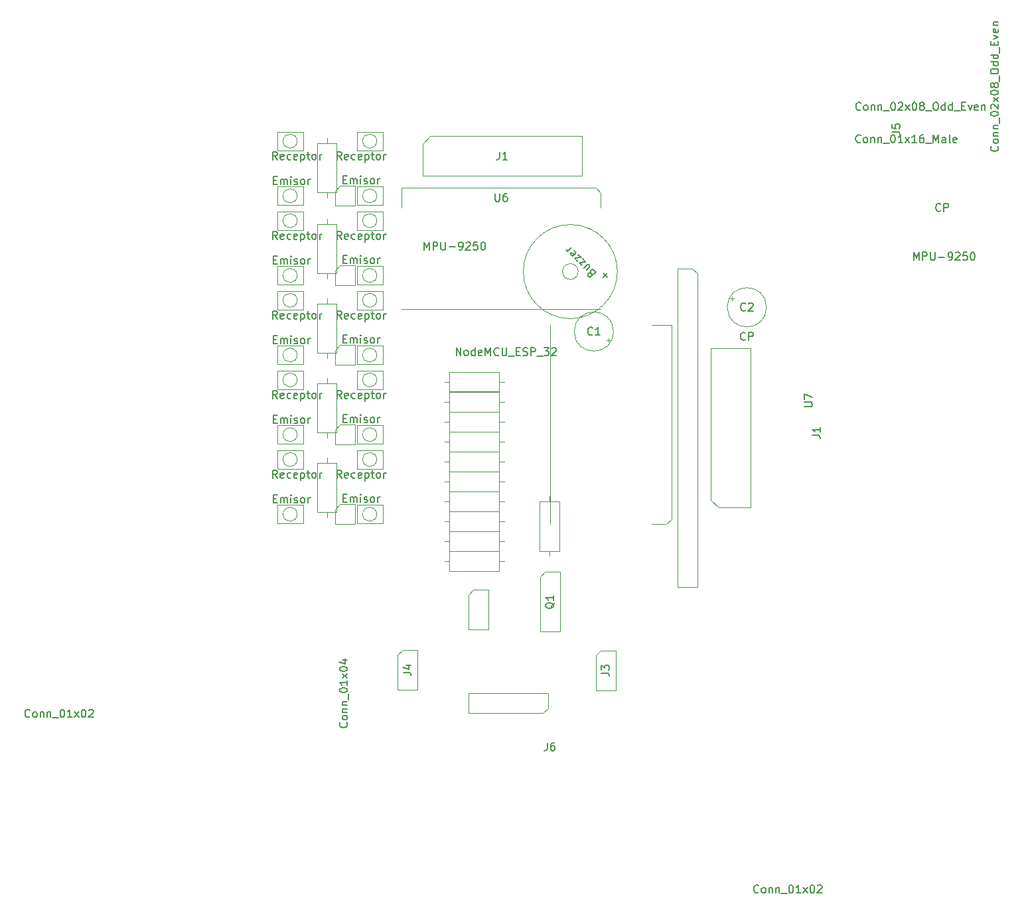
<source format=gbr>
%TF.GenerationSoftware,KiCad,Pcbnew,6.0.2+dfsg-1*%
%TF.CreationDate,2022-04-07T05:00:05+00:00*%
%TF.ProjectId,guante metaversal,6775616e-7465-4206-9d65-746176657273,rev?*%
%TF.SameCoordinates,Original*%
%TF.FileFunction,AssemblyDrawing,Top*%
%FSLAX46Y46*%
G04 Gerber Fmt 4.6, Leading zero omitted, Abs format (unit mm)*
G04 Created by KiCad (PCBNEW 6.0.2+dfsg-1) date 2022-04-07 05:00:05*
%MOMM*%
%LPD*%
G01*
G04 APERTURE LIST*
%ADD10C,0.150000*%
%ADD11C,0.100000*%
G04 APERTURE END LIST*
D10*
%TO.C,U2*%
X147058857Y-105481380D02*
X147058857Y-104481380D01*
X147630285Y-105481380D01*
X147630285Y-104481380D01*
X148249333Y-105481380D02*
X148154095Y-105433761D01*
X148106476Y-105386142D01*
X148058857Y-105290904D01*
X148058857Y-105005190D01*
X148106476Y-104909952D01*
X148154095Y-104862333D01*
X148249333Y-104814714D01*
X148392190Y-104814714D01*
X148487428Y-104862333D01*
X148535047Y-104909952D01*
X148582666Y-105005190D01*
X148582666Y-105290904D01*
X148535047Y-105386142D01*
X148487428Y-105433761D01*
X148392190Y-105481380D01*
X148249333Y-105481380D01*
X149439809Y-105481380D02*
X149439809Y-104481380D01*
X149439809Y-105433761D02*
X149344571Y-105481380D01*
X149154095Y-105481380D01*
X149058857Y-105433761D01*
X149011238Y-105386142D01*
X148963619Y-105290904D01*
X148963619Y-105005190D01*
X149011238Y-104909952D01*
X149058857Y-104862333D01*
X149154095Y-104814714D01*
X149344571Y-104814714D01*
X149439809Y-104862333D01*
X150296952Y-105433761D02*
X150201714Y-105481380D01*
X150011238Y-105481380D01*
X149916000Y-105433761D01*
X149868380Y-105338523D01*
X149868380Y-104957571D01*
X149916000Y-104862333D01*
X150011238Y-104814714D01*
X150201714Y-104814714D01*
X150296952Y-104862333D01*
X150344571Y-104957571D01*
X150344571Y-105052809D01*
X149868380Y-105148047D01*
X150773142Y-105481380D02*
X150773142Y-104481380D01*
X151106476Y-105195666D01*
X151439809Y-104481380D01*
X151439809Y-105481380D01*
X152487428Y-105386142D02*
X152439809Y-105433761D01*
X152296952Y-105481380D01*
X152201714Y-105481380D01*
X152058857Y-105433761D01*
X151963619Y-105338523D01*
X151916000Y-105243285D01*
X151868380Y-105052809D01*
X151868380Y-104909952D01*
X151916000Y-104719476D01*
X151963619Y-104624238D01*
X152058857Y-104529000D01*
X152201714Y-104481380D01*
X152296952Y-104481380D01*
X152439809Y-104529000D01*
X152487428Y-104576619D01*
X152916000Y-104481380D02*
X152916000Y-105290904D01*
X152963619Y-105386142D01*
X153011238Y-105433761D01*
X153106476Y-105481380D01*
X153296952Y-105481380D01*
X153392190Y-105433761D01*
X153439809Y-105386142D01*
X153487428Y-105290904D01*
X153487428Y-104481380D01*
X153725523Y-105576619D02*
X154487428Y-105576619D01*
X154725523Y-104957571D02*
X155058857Y-104957571D01*
X155201714Y-105481380D02*
X154725523Y-105481380D01*
X154725523Y-104481380D01*
X155201714Y-104481380D01*
X155582666Y-105433761D02*
X155725523Y-105481380D01*
X155963619Y-105481380D01*
X156058857Y-105433761D01*
X156106476Y-105386142D01*
X156154095Y-105290904D01*
X156154095Y-105195666D01*
X156106476Y-105100428D01*
X156058857Y-105052809D01*
X155963619Y-105005190D01*
X155773142Y-104957571D01*
X155677904Y-104909952D01*
X155630285Y-104862333D01*
X155582666Y-104767095D01*
X155582666Y-104671857D01*
X155630285Y-104576619D01*
X155677904Y-104529000D01*
X155773142Y-104481380D01*
X156011238Y-104481380D01*
X156154095Y-104529000D01*
X156582666Y-105481380D02*
X156582666Y-104481380D01*
X156963619Y-104481380D01*
X157058857Y-104529000D01*
X157106476Y-104576619D01*
X157154095Y-104671857D01*
X157154095Y-104814714D01*
X157106476Y-104909952D01*
X157058857Y-104957571D01*
X156963619Y-105005190D01*
X156582666Y-105005190D01*
X157344571Y-105576619D02*
X158106476Y-105576619D01*
X158249333Y-104481380D02*
X158868380Y-104481380D01*
X158535047Y-104862333D01*
X158677904Y-104862333D01*
X158773142Y-104909952D01*
X158820761Y-104957571D01*
X158868380Y-105052809D01*
X158868380Y-105290904D01*
X158820761Y-105386142D01*
X158773142Y-105433761D01*
X158677904Y-105481380D01*
X158392190Y-105481380D01*
X158296952Y-105433761D01*
X158249333Y-105386142D01*
X159249333Y-104576619D02*
X159296952Y-104529000D01*
X159392190Y-104481380D01*
X159630285Y-104481380D01*
X159725523Y-104529000D01*
X159773142Y-104576619D01*
X159820761Y-104671857D01*
X159820761Y-104767095D01*
X159773142Y-104909952D01*
X159201714Y-105481380D01*
X159820761Y-105481380D01*
%TO.C,D4*%
X132435809Y-100782380D02*
X132102476Y-100306190D01*
X131864380Y-100782380D02*
X131864380Y-99782380D01*
X132245333Y-99782380D01*
X132340571Y-99830000D01*
X132388190Y-99877619D01*
X132435809Y-99972857D01*
X132435809Y-100115714D01*
X132388190Y-100210952D01*
X132340571Y-100258571D01*
X132245333Y-100306190D01*
X131864380Y-100306190D01*
X133245333Y-100734761D02*
X133150095Y-100782380D01*
X132959619Y-100782380D01*
X132864380Y-100734761D01*
X132816761Y-100639523D01*
X132816761Y-100258571D01*
X132864380Y-100163333D01*
X132959619Y-100115714D01*
X133150095Y-100115714D01*
X133245333Y-100163333D01*
X133292952Y-100258571D01*
X133292952Y-100353809D01*
X132816761Y-100449047D01*
X134150095Y-100734761D02*
X134054857Y-100782380D01*
X133864380Y-100782380D01*
X133769142Y-100734761D01*
X133721523Y-100687142D01*
X133673904Y-100591904D01*
X133673904Y-100306190D01*
X133721523Y-100210952D01*
X133769142Y-100163333D01*
X133864380Y-100115714D01*
X134054857Y-100115714D01*
X134150095Y-100163333D01*
X134959619Y-100734761D02*
X134864380Y-100782380D01*
X134673904Y-100782380D01*
X134578666Y-100734761D01*
X134531047Y-100639523D01*
X134531047Y-100258571D01*
X134578666Y-100163333D01*
X134673904Y-100115714D01*
X134864380Y-100115714D01*
X134959619Y-100163333D01*
X135007238Y-100258571D01*
X135007238Y-100353809D01*
X134531047Y-100449047D01*
X135435809Y-100115714D02*
X135435809Y-101115714D01*
X135435809Y-100163333D02*
X135531047Y-100115714D01*
X135721523Y-100115714D01*
X135816761Y-100163333D01*
X135864380Y-100210952D01*
X135912000Y-100306190D01*
X135912000Y-100591904D01*
X135864380Y-100687142D01*
X135816761Y-100734761D01*
X135721523Y-100782380D01*
X135531047Y-100782380D01*
X135435809Y-100734761D01*
X136197714Y-100115714D02*
X136578666Y-100115714D01*
X136340571Y-99782380D02*
X136340571Y-100639523D01*
X136388190Y-100734761D01*
X136483428Y-100782380D01*
X136578666Y-100782380D01*
X137054857Y-100782380D02*
X136959619Y-100734761D01*
X136912000Y-100687142D01*
X136864380Y-100591904D01*
X136864380Y-100306190D01*
X136912000Y-100210952D01*
X136959619Y-100163333D01*
X137054857Y-100115714D01*
X137197714Y-100115714D01*
X137292952Y-100163333D01*
X137340571Y-100210952D01*
X137388190Y-100306190D01*
X137388190Y-100591904D01*
X137340571Y-100687142D01*
X137292952Y-100734761D01*
X137197714Y-100782380D01*
X137054857Y-100782380D01*
X137816761Y-100782380D02*
X137816761Y-100115714D01*
X137816761Y-100306190D02*
X137864380Y-100210952D01*
X137912000Y-100163333D01*
X138007238Y-100115714D01*
X138102476Y-100115714D01*
%TO.C,D2*%
X124235809Y-100777380D02*
X123902476Y-100301190D01*
X123664380Y-100777380D02*
X123664380Y-99777380D01*
X124045333Y-99777380D01*
X124140571Y-99825000D01*
X124188190Y-99872619D01*
X124235809Y-99967857D01*
X124235809Y-100110714D01*
X124188190Y-100205952D01*
X124140571Y-100253571D01*
X124045333Y-100301190D01*
X123664380Y-100301190D01*
X125045333Y-100729761D02*
X124950095Y-100777380D01*
X124759619Y-100777380D01*
X124664380Y-100729761D01*
X124616761Y-100634523D01*
X124616761Y-100253571D01*
X124664380Y-100158333D01*
X124759619Y-100110714D01*
X124950095Y-100110714D01*
X125045333Y-100158333D01*
X125092952Y-100253571D01*
X125092952Y-100348809D01*
X124616761Y-100444047D01*
X125950095Y-100729761D02*
X125854857Y-100777380D01*
X125664380Y-100777380D01*
X125569142Y-100729761D01*
X125521523Y-100682142D01*
X125473904Y-100586904D01*
X125473904Y-100301190D01*
X125521523Y-100205952D01*
X125569142Y-100158333D01*
X125664380Y-100110714D01*
X125854857Y-100110714D01*
X125950095Y-100158333D01*
X126759619Y-100729761D02*
X126664380Y-100777380D01*
X126473904Y-100777380D01*
X126378666Y-100729761D01*
X126331047Y-100634523D01*
X126331047Y-100253571D01*
X126378666Y-100158333D01*
X126473904Y-100110714D01*
X126664380Y-100110714D01*
X126759619Y-100158333D01*
X126807238Y-100253571D01*
X126807238Y-100348809D01*
X126331047Y-100444047D01*
X127235809Y-100110714D02*
X127235809Y-101110714D01*
X127235809Y-100158333D02*
X127331047Y-100110714D01*
X127521523Y-100110714D01*
X127616761Y-100158333D01*
X127664380Y-100205952D01*
X127712000Y-100301190D01*
X127712000Y-100586904D01*
X127664380Y-100682142D01*
X127616761Y-100729761D01*
X127521523Y-100777380D01*
X127331047Y-100777380D01*
X127235809Y-100729761D01*
X127997714Y-100110714D02*
X128378666Y-100110714D01*
X128140571Y-99777380D02*
X128140571Y-100634523D01*
X128188190Y-100729761D01*
X128283428Y-100777380D01*
X128378666Y-100777380D01*
X128854857Y-100777380D02*
X128759619Y-100729761D01*
X128712000Y-100682142D01*
X128664380Y-100586904D01*
X128664380Y-100301190D01*
X128712000Y-100205952D01*
X128759619Y-100158333D01*
X128854857Y-100110714D01*
X128997714Y-100110714D01*
X129092952Y-100158333D01*
X129140571Y-100205952D01*
X129188190Y-100301190D01*
X129188190Y-100586904D01*
X129140571Y-100682142D01*
X129092952Y-100729761D01*
X128997714Y-100777380D01*
X128854857Y-100777380D01*
X129616761Y-100777380D02*
X129616761Y-100110714D01*
X129616761Y-100301190D02*
X129664380Y-100205952D01*
X129712000Y-100158333D01*
X129807238Y-100110714D01*
X129902476Y-100110714D01*
%TO.C,D4*%
X132435809Y-90622380D02*
X132102476Y-90146190D01*
X131864380Y-90622380D02*
X131864380Y-89622380D01*
X132245333Y-89622380D01*
X132340571Y-89670000D01*
X132388190Y-89717619D01*
X132435809Y-89812857D01*
X132435809Y-89955714D01*
X132388190Y-90050952D01*
X132340571Y-90098571D01*
X132245333Y-90146190D01*
X131864380Y-90146190D01*
X133245333Y-90574761D02*
X133150095Y-90622380D01*
X132959619Y-90622380D01*
X132864380Y-90574761D01*
X132816761Y-90479523D01*
X132816761Y-90098571D01*
X132864380Y-90003333D01*
X132959619Y-89955714D01*
X133150095Y-89955714D01*
X133245333Y-90003333D01*
X133292952Y-90098571D01*
X133292952Y-90193809D01*
X132816761Y-90289047D01*
X134150095Y-90574761D02*
X134054857Y-90622380D01*
X133864380Y-90622380D01*
X133769142Y-90574761D01*
X133721523Y-90527142D01*
X133673904Y-90431904D01*
X133673904Y-90146190D01*
X133721523Y-90050952D01*
X133769142Y-90003333D01*
X133864380Y-89955714D01*
X134054857Y-89955714D01*
X134150095Y-90003333D01*
X134959619Y-90574761D02*
X134864380Y-90622380D01*
X134673904Y-90622380D01*
X134578666Y-90574761D01*
X134531047Y-90479523D01*
X134531047Y-90098571D01*
X134578666Y-90003333D01*
X134673904Y-89955714D01*
X134864380Y-89955714D01*
X134959619Y-90003333D01*
X135007238Y-90098571D01*
X135007238Y-90193809D01*
X134531047Y-90289047D01*
X135435809Y-89955714D02*
X135435809Y-90955714D01*
X135435809Y-90003333D02*
X135531047Y-89955714D01*
X135721523Y-89955714D01*
X135816761Y-90003333D01*
X135864380Y-90050952D01*
X135912000Y-90146190D01*
X135912000Y-90431904D01*
X135864380Y-90527142D01*
X135816761Y-90574761D01*
X135721523Y-90622380D01*
X135531047Y-90622380D01*
X135435809Y-90574761D01*
X136197714Y-89955714D02*
X136578666Y-89955714D01*
X136340571Y-89622380D02*
X136340571Y-90479523D01*
X136388190Y-90574761D01*
X136483428Y-90622380D01*
X136578666Y-90622380D01*
X137054857Y-90622380D02*
X136959619Y-90574761D01*
X136912000Y-90527142D01*
X136864380Y-90431904D01*
X136864380Y-90146190D01*
X136912000Y-90050952D01*
X136959619Y-90003333D01*
X137054857Y-89955714D01*
X137197714Y-89955714D01*
X137292952Y-90003333D01*
X137340571Y-90050952D01*
X137388190Y-90146190D01*
X137388190Y-90431904D01*
X137340571Y-90527142D01*
X137292952Y-90574761D01*
X137197714Y-90622380D01*
X137054857Y-90622380D01*
X137816761Y-90622380D02*
X137816761Y-89955714D01*
X137816761Y-90146190D02*
X137864380Y-90050952D01*
X137912000Y-90003333D01*
X138007238Y-89955714D01*
X138102476Y-89955714D01*
%TO.C,D2*%
X124235809Y-90617380D02*
X123902476Y-90141190D01*
X123664380Y-90617380D02*
X123664380Y-89617380D01*
X124045333Y-89617380D01*
X124140571Y-89665000D01*
X124188190Y-89712619D01*
X124235809Y-89807857D01*
X124235809Y-89950714D01*
X124188190Y-90045952D01*
X124140571Y-90093571D01*
X124045333Y-90141190D01*
X123664380Y-90141190D01*
X125045333Y-90569761D02*
X124950095Y-90617380D01*
X124759619Y-90617380D01*
X124664380Y-90569761D01*
X124616761Y-90474523D01*
X124616761Y-90093571D01*
X124664380Y-89998333D01*
X124759619Y-89950714D01*
X124950095Y-89950714D01*
X125045333Y-89998333D01*
X125092952Y-90093571D01*
X125092952Y-90188809D01*
X124616761Y-90284047D01*
X125950095Y-90569761D02*
X125854857Y-90617380D01*
X125664380Y-90617380D01*
X125569142Y-90569761D01*
X125521523Y-90522142D01*
X125473904Y-90426904D01*
X125473904Y-90141190D01*
X125521523Y-90045952D01*
X125569142Y-89998333D01*
X125664380Y-89950714D01*
X125854857Y-89950714D01*
X125950095Y-89998333D01*
X126759619Y-90569761D02*
X126664380Y-90617380D01*
X126473904Y-90617380D01*
X126378666Y-90569761D01*
X126331047Y-90474523D01*
X126331047Y-90093571D01*
X126378666Y-89998333D01*
X126473904Y-89950714D01*
X126664380Y-89950714D01*
X126759619Y-89998333D01*
X126807238Y-90093571D01*
X126807238Y-90188809D01*
X126331047Y-90284047D01*
X127235809Y-89950714D02*
X127235809Y-90950714D01*
X127235809Y-89998333D02*
X127331047Y-89950714D01*
X127521523Y-89950714D01*
X127616761Y-89998333D01*
X127664380Y-90045952D01*
X127712000Y-90141190D01*
X127712000Y-90426904D01*
X127664380Y-90522142D01*
X127616761Y-90569761D01*
X127521523Y-90617380D01*
X127331047Y-90617380D01*
X127235809Y-90569761D01*
X127997714Y-89950714D02*
X128378666Y-89950714D01*
X128140571Y-89617380D02*
X128140571Y-90474523D01*
X128188190Y-90569761D01*
X128283428Y-90617380D01*
X128378666Y-90617380D01*
X128854857Y-90617380D02*
X128759619Y-90569761D01*
X128712000Y-90522142D01*
X128664380Y-90426904D01*
X128664380Y-90141190D01*
X128712000Y-90045952D01*
X128759619Y-89998333D01*
X128854857Y-89950714D01*
X128997714Y-89950714D01*
X129092952Y-89998333D01*
X129140571Y-90045952D01*
X129188190Y-90141190D01*
X129188190Y-90426904D01*
X129140571Y-90522142D01*
X129092952Y-90569761D01*
X128997714Y-90617380D01*
X128854857Y-90617380D01*
X129616761Y-90617380D02*
X129616761Y-89950714D01*
X129616761Y-90141190D02*
X129664380Y-90045952D01*
X129712000Y-89998333D01*
X129807238Y-89950714D01*
X129902476Y-89950714D01*
%TO.C,D1*%
X123726285Y-103433571D02*
X124059619Y-103433571D01*
X124202476Y-103957380D02*
X123726285Y-103957380D01*
X123726285Y-102957380D01*
X124202476Y-102957380D01*
X124631047Y-103957380D02*
X124631047Y-103290714D01*
X124631047Y-103385952D02*
X124678666Y-103338333D01*
X124773904Y-103290714D01*
X124916761Y-103290714D01*
X125012000Y-103338333D01*
X125059619Y-103433571D01*
X125059619Y-103957380D01*
X125059619Y-103433571D02*
X125107238Y-103338333D01*
X125202476Y-103290714D01*
X125345333Y-103290714D01*
X125440571Y-103338333D01*
X125488190Y-103433571D01*
X125488190Y-103957380D01*
X125964380Y-103957380D02*
X125964380Y-103290714D01*
X125964380Y-102957380D02*
X125916761Y-103005000D01*
X125964380Y-103052619D01*
X126012000Y-103005000D01*
X125964380Y-102957380D01*
X125964380Y-103052619D01*
X126392952Y-103909761D02*
X126488190Y-103957380D01*
X126678666Y-103957380D01*
X126773904Y-103909761D01*
X126821523Y-103814523D01*
X126821523Y-103766904D01*
X126773904Y-103671666D01*
X126678666Y-103624047D01*
X126535809Y-103624047D01*
X126440571Y-103576428D01*
X126392952Y-103481190D01*
X126392952Y-103433571D01*
X126440571Y-103338333D01*
X126535809Y-103290714D01*
X126678666Y-103290714D01*
X126773904Y-103338333D01*
X127392952Y-103957380D02*
X127297714Y-103909761D01*
X127250095Y-103862142D01*
X127202476Y-103766904D01*
X127202476Y-103481190D01*
X127250095Y-103385952D01*
X127297714Y-103338333D01*
X127392952Y-103290714D01*
X127535809Y-103290714D01*
X127631047Y-103338333D01*
X127678666Y-103385952D01*
X127726285Y-103481190D01*
X127726285Y-103766904D01*
X127678666Y-103862142D01*
X127631047Y-103909761D01*
X127535809Y-103957380D01*
X127392952Y-103957380D01*
X128154857Y-103957380D02*
X128154857Y-103290714D01*
X128154857Y-103481190D02*
X128202476Y-103385952D01*
X128250095Y-103338333D01*
X128345333Y-103290714D01*
X128440571Y-103290714D01*
%TO.C,D3*%
X132626285Y-103353571D02*
X132959619Y-103353571D01*
X133102476Y-103877380D02*
X132626285Y-103877380D01*
X132626285Y-102877380D01*
X133102476Y-102877380D01*
X133531047Y-103877380D02*
X133531047Y-103210714D01*
X133531047Y-103305952D02*
X133578666Y-103258333D01*
X133673904Y-103210714D01*
X133816761Y-103210714D01*
X133912000Y-103258333D01*
X133959619Y-103353571D01*
X133959619Y-103877380D01*
X133959619Y-103353571D02*
X134007238Y-103258333D01*
X134102476Y-103210714D01*
X134245333Y-103210714D01*
X134340571Y-103258333D01*
X134388190Y-103353571D01*
X134388190Y-103877380D01*
X134864380Y-103877380D02*
X134864380Y-103210714D01*
X134864380Y-102877380D02*
X134816761Y-102925000D01*
X134864380Y-102972619D01*
X134912000Y-102925000D01*
X134864380Y-102877380D01*
X134864380Y-102972619D01*
X135292952Y-103829761D02*
X135388190Y-103877380D01*
X135578666Y-103877380D01*
X135673904Y-103829761D01*
X135721523Y-103734523D01*
X135721523Y-103686904D01*
X135673904Y-103591666D01*
X135578666Y-103544047D01*
X135435809Y-103544047D01*
X135340571Y-103496428D01*
X135292952Y-103401190D01*
X135292952Y-103353571D01*
X135340571Y-103258333D01*
X135435809Y-103210714D01*
X135578666Y-103210714D01*
X135673904Y-103258333D01*
X136292952Y-103877380D02*
X136197714Y-103829761D01*
X136150095Y-103782142D01*
X136102476Y-103686904D01*
X136102476Y-103401190D01*
X136150095Y-103305952D01*
X136197714Y-103258333D01*
X136292952Y-103210714D01*
X136435809Y-103210714D01*
X136531047Y-103258333D01*
X136578666Y-103305952D01*
X136626285Y-103401190D01*
X136626285Y-103686904D01*
X136578666Y-103782142D01*
X136531047Y-103829761D01*
X136435809Y-103877380D01*
X136292952Y-103877380D01*
X137054857Y-103877380D02*
X137054857Y-103210714D01*
X137054857Y-103401190D02*
X137102476Y-103305952D01*
X137150095Y-103258333D01*
X137245333Y-103210714D01*
X137340571Y-103210714D01*
%TO.C,TP2*%
%TO.C,D3*%
X132626285Y-93193571D02*
X132959619Y-93193571D01*
X133102476Y-93717380D02*
X132626285Y-93717380D01*
X132626285Y-92717380D01*
X133102476Y-92717380D01*
X133531047Y-93717380D02*
X133531047Y-93050714D01*
X133531047Y-93145952D02*
X133578666Y-93098333D01*
X133673904Y-93050714D01*
X133816761Y-93050714D01*
X133912000Y-93098333D01*
X133959619Y-93193571D01*
X133959619Y-93717380D01*
X133959619Y-93193571D02*
X134007238Y-93098333D01*
X134102476Y-93050714D01*
X134245333Y-93050714D01*
X134340571Y-93098333D01*
X134388190Y-93193571D01*
X134388190Y-93717380D01*
X134864380Y-93717380D02*
X134864380Y-93050714D01*
X134864380Y-92717380D02*
X134816761Y-92765000D01*
X134864380Y-92812619D01*
X134912000Y-92765000D01*
X134864380Y-92717380D01*
X134864380Y-92812619D01*
X135292952Y-93669761D02*
X135388190Y-93717380D01*
X135578666Y-93717380D01*
X135673904Y-93669761D01*
X135721523Y-93574523D01*
X135721523Y-93526904D01*
X135673904Y-93431666D01*
X135578666Y-93384047D01*
X135435809Y-93384047D01*
X135340571Y-93336428D01*
X135292952Y-93241190D01*
X135292952Y-93193571D01*
X135340571Y-93098333D01*
X135435809Y-93050714D01*
X135578666Y-93050714D01*
X135673904Y-93098333D01*
X136292952Y-93717380D02*
X136197714Y-93669761D01*
X136150095Y-93622142D01*
X136102476Y-93526904D01*
X136102476Y-93241190D01*
X136150095Y-93145952D01*
X136197714Y-93098333D01*
X136292952Y-93050714D01*
X136435809Y-93050714D01*
X136531047Y-93098333D01*
X136578666Y-93145952D01*
X136626285Y-93241190D01*
X136626285Y-93526904D01*
X136578666Y-93622142D01*
X136531047Y-93669761D01*
X136435809Y-93717380D01*
X136292952Y-93717380D01*
X137054857Y-93717380D02*
X137054857Y-93050714D01*
X137054857Y-93241190D02*
X137102476Y-93145952D01*
X137150095Y-93098333D01*
X137245333Y-93050714D01*
X137340571Y-93050714D01*
%TO.C,TP2*%
%TO.C,J3*%
X185618904Y-173966142D02*
X185571285Y-174013761D01*
X185428428Y-174061380D01*
X185333190Y-174061380D01*
X185190333Y-174013761D01*
X185095095Y-173918523D01*
X185047476Y-173823285D01*
X184999857Y-173632809D01*
X184999857Y-173489952D01*
X185047476Y-173299476D01*
X185095095Y-173204238D01*
X185190333Y-173109000D01*
X185333190Y-173061380D01*
X185428428Y-173061380D01*
X185571285Y-173109000D01*
X185618904Y-173156619D01*
X186190333Y-174061380D02*
X186095095Y-174013761D01*
X186047476Y-173966142D01*
X185999857Y-173870904D01*
X185999857Y-173585190D01*
X186047476Y-173489952D01*
X186095095Y-173442333D01*
X186190333Y-173394714D01*
X186333190Y-173394714D01*
X186428428Y-173442333D01*
X186476047Y-173489952D01*
X186523666Y-173585190D01*
X186523666Y-173870904D01*
X186476047Y-173966142D01*
X186428428Y-174013761D01*
X186333190Y-174061380D01*
X186190333Y-174061380D01*
X186952238Y-173394714D02*
X186952238Y-174061380D01*
X186952238Y-173489952D02*
X186999857Y-173442333D01*
X187095095Y-173394714D01*
X187237952Y-173394714D01*
X187333190Y-173442333D01*
X187380809Y-173537571D01*
X187380809Y-174061380D01*
X187857000Y-173394714D02*
X187857000Y-174061380D01*
X187857000Y-173489952D02*
X187904619Y-173442333D01*
X187999857Y-173394714D01*
X188142714Y-173394714D01*
X188237952Y-173442333D01*
X188285571Y-173537571D01*
X188285571Y-174061380D01*
X188523666Y-174156619D02*
X189285571Y-174156619D01*
X189714142Y-173061380D02*
X189809380Y-173061380D01*
X189904619Y-173109000D01*
X189952238Y-173156619D01*
X189999857Y-173251857D01*
X190047476Y-173442333D01*
X190047476Y-173680428D01*
X189999857Y-173870904D01*
X189952238Y-173966142D01*
X189904619Y-174013761D01*
X189809380Y-174061380D01*
X189714142Y-174061380D01*
X189618904Y-174013761D01*
X189571285Y-173966142D01*
X189523666Y-173870904D01*
X189476047Y-173680428D01*
X189476047Y-173442333D01*
X189523666Y-173251857D01*
X189571285Y-173156619D01*
X189618904Y-173109000D01*
X189714142Y-173061380D01*
X190999857Y-174061380D02*
X190428428Y-174061380D01*
X190714142Y-174061380D02*
X190714142Y-173061380D01*
X190618904Y-173204238D01*
X190523666Y-173299476D01*
X190428428Y-173347095D01*
X191333190Y-174061380D02*
X191857000Y-173394714D01*
X191333190Y-173394714D02*
X191857000Y-174061380D01*
X192428428Y-173061380D02*
X192523666Y-173061380D01*
X192618904Y-173109000D01*
X192666523Y-173156619D01*
X192714142Y-173251857D01*
X192761761Y-173442333D01*
X192761761Y-173680428D01*
X192714142Y-173870904D01*
X192666523Y-173966142D01*
X192618904Y-174013761D01*
X192523666Y-174061380D01*
X192428428Y-174061380D01*
X192333190Y-174013761D01*
X192285571Y-173966142D01*
X192237952Y-173870904D01*
X192190333Y-173680428D01*
X192190333Y-173442333D01*
X192237952Y-173251857D01*
X192285571Y-173156619D01*
X192333190Y-173109000D01*
X192428428Y-173061380D01*
X193142714Y-173156619D02*
X193190333Y-173109000D01*
X193285571Y-173061380D01*
X193523666Y-173061380D01*
X193618904Y-173109000D01*
X193666523Y-173156619D01*
X193714142Y-173251857D01*
X193714142Y-173347095D01*
X193666523Y-173489952D01*
X193095095Y-174061380D01*
X193714142Y-174061380D01*
X165568380Y-146002333D02*
X166282666Y-146002333D01*
X166425523Y-146049952D01*
X166520761Y-146145190D01*
X166568380Y-146288047D01*
X166568380Y-146383285D01*
X165568380Y-145621380D02*
X165568380Y-145002333D01*
X165949333Y-145335666D01*
X165949333Y-145192809D01*
X165996952Y-145097571D01*
X166044571Y-145049952D01*
X166139809Y-145002333D01*
X166377904Y-145002333D01*
X166473142Y-145049952D01*
X166520761Y-145097571D01*
X166568380Y-145192809D01*
X166568380Y-145478523D01*
X166520761Y-145573761D01*
X166473142Y-145621380D01*
%TO.C,J4*%
X92654904Y-151550642D02*
X92607285Y-151598261D01*
X92464428Y-151645880D01*
X92369190Y-151645880D01*
X92226333Y-151598261D01*
X92131095Y-151503023D01*
X92083476Y-151407785D01*
X92035857Y-151217309D01*
X92035857Y-151074452D01*
X92083476Y-150883976D01*
X92131095Y-150788738D01*
X92226333Y-150693500D01*
X92369190Y-150645880D01*
X92464428Y-150645880D01*
X92607285Y-150693500D01*
X92654904Y-150741119D01*
X93226333Y-151645880D02*
X93131095Y-151598261D01*
X93083476Y-151550642D01*
X93035857Y-151455404D01*
X93035857Y-151169690D01*
X93083476Y-151074452D01*
X93131095Y-151026833D01*
X93226333Y-150979214D01*
X93369190Y-150979214D01*
X93464428Y-151026833D01*
X93512047Y-151074452D01*
X93559666Y-151169690D01*
X93559666Y-151455404D01*
X93512047Y-151550642D01*
X93464428Y-151598261D01*
X93369190Y-151645880D01*
X93226333Y-151645880D01*
X93988238Y-150979214D02*
X93988238Y-151645880D01*
X93988238Y-151074452D02*
X94035857Y-151026833D01*
X94131095Y-150979214D01*
X94273952Y-150979214D01*
X94369190Y-151026833D01*
X94416809Y-151122071D01*
X94416809Y-151645880D01*
X94893000Y-150979214D02*
X94893000Y-151645880D01*
X94893000Y-151074452D02*
X94940619Y-151026833D01*
X95035857Y-150979214D01*
X95178714Y-150979214D01*
X95273952Y-151026833D01*
X95321571Y-151122071D01*
X95321571Y-151645880D01*
X95559666Y-151741119D02*
X96321571Y-151741119D01*
X96750142Y-150645880D02*
X96845380Y-150645880D01*
X96940619Y-150693500D01*
X96988238Y-150741119D01*
X97035857Y-150836357D01*
X97083476Y-151026833D01*
X97083476Y-151264928D01*
X97035857Y-151455404D01*
X96988238Y-151550642D01*
X96940619Y-151598261D01*
X96845380Y-151645880D01*
X96750142Y-151645880D01*
X96654904Y-151598261D01*
X96607285Y-151550642D01*
X96559666Y-151455404D01*
X96512047Y-151264928D01*
X96512047Y-151026833D01*
X96559666Y-150836357D01*
X96607285Y-150741119D01*
X96654904Y-150693500D01*
X96750142Y-150645880D01*
X98035857Y-151645880D02*
X97464428Y-151645880D01*
X97750142Y-151645880D02*
X97750142Y-150645880D01*
X97654904Y-150788738D01*
X97559666Y-150883976D01*
X97464428Y-150931595D01*
X98369190Y-151645880D02*
X98893000Y-150979214D01*
X98369190Y-150979214D02*
X98893000Y-151645880D01*
X99464428Y-150645880D02*
X99559666Y-150645880D01*
X99654904Y-150693500D01*
X99702523Y-150741119D01*
X99750142Y-150836357D01*
X99797761Y-151026833D01*
X99797761Y-151264928D01*
X99750142Y-151455404D01*
X99702523Y-151550642D01*
X99654904Y-151598261D01*
X99559666Y-151645880D01*
X99464428Y-151645880D01*
X99369190Y-151598261D01*
X99321571Y-151550642D01*
X99273952Y-151455404D01*
X99226333Y-151264928D01*
X99226333Y-151026833D01*
X99273952Y-150836357D01*
X99321571Y-150741119D01*
X99369190Y-150693500D01*
X99464428Y-150645880D01*
X100178714Y-150741119D02*
X100226333Y-150693500D01*
X100321571Y-150645880D01*
X100559666Y-150645880D01*
X100654904Y-150693500D01*
X100702523Y-150741119D01*
X100750142Y-150836357D01*
X100750142Y-150931595D01*
X100702523Y-151074452D01*
X100131095Y-151645880D01*
X100750142Y-151645880D01*
X140295380Y-145938833D02*
X141009666Y-145938833D01*
X141152523Y-145986452D01*
X141247761Y-146081690D01*
X141295380Y-146224547D01*
X141295380Y-146319785D01*
X140628714Y-145034071D02*
X141295380Y-145034071D01*
X140247761Y-145272166D02*
X140962047Y-145510261D01*
X140962047Y-144891214D01*
%TO.C,C1*%
X208851523Y-86971142D02*
X208803904Y-87018761D01*
X208661047Y-87066380D01*
X208565809Y-87066380D01*
X208422952Y-87018761D01*
X208327714Y-86923523D01*
X208280095Y-86828285D01*
X208232476Y-86637809D01*
X208232476Y-86494952D01*
X208280095Y-86304476D01*
X208327714Y-86209238D01*
X208422952Y-86114000D01*
X208565809Y-86066380D01*
X208661047Y-86066380D01*
X208803904Y-86114000D01*
X208851523Y-86161619D01*
X209280095Y-87066380D02*
X209280095Y-86066380D01*
X209661047Y-86066380D01*
X209756285Y-86114000D01*
X209803904Y-86161619D01*
X209851523Y-86256857D01*
X209851523Y-86399714D01*
X209803904Y-86494952D01*
X209756285Y-86542571D01*
X209661047Y-86590190D01*
X209280095Y-86590190D01*
X164445333Y-102769942D02*
X164397714Y-102817561D01*
X164254857Y-102865180D01*
X164159619Y-102865180D01*
X164016761Y-102817561D01*
X163921523Y-102722323D01*
X163873904Y-102627085D01*
X163826285Y-102436609D01*
X163826285Y-102293752D01*
X163873904Y-102103276D01*
X163921523Y-102008038D01*
X164016761Y-101912800D01*
X164159619Y-101865180D01*
X164254857Y-101865180D01*
X164397714Y-101912800D01*
X164445333Y-101960419D01*
X165397714Y-102865180D02*
X164826285Y-102865180D01*
X165112000Y-102865180D02*
X165112000Y-101865180D01*
X165016761Y-102008038D01*
X164921523Y-102103276D01*
X164826285Y-102150895D01*
%TO.C,D1*%
X123726285Y-83113571D02*
X124059619Y-83113571D01*
X124202476Y-83637380D02*
X123726285Y-83637380D01*
X123726285Y-82637380D01*
X124202476Y-82637380D01*
X124631047Y-83637380D02*
X124631047Y-82970714D01*
X124631047Y-83065952D02*
X124678666Y-83018333D01*
X124773904Y-82970714D01*
X124916761Y-82970714D01*
X125012000Y-83018333D01*
X125059619Y-83113571D01*
X125059619Y-83637380D01*
X125059619Y-83113571D02*
X125107238Y-83018333D01*
X125202476Y-82970714D01*
X125345333Y-82970714D01*
X125440571Y-83018333D01*
X125488190Y-83113571D01*
X125488190Y-83637380D01*
X125964380Y-83637380D02*
X125964380Y-82970714D01*
X125964380Y-82637380D02*
X125916761Y-82685000D01*
X125964380Y-82732619D01*
X126012000Y-82685000D01*
X125964380Y-82637380D01*
X125964380Y-82732619D01*
X126392952Y-83589761D02*
X126488190Y-83637380D01*
X126678666Y-83637380D01*
X126773904Y-83589761D01*
X126821523Y-83494523D01*
X126821523Y-83446904D01*
X126773904Y-83351666D01*
X126678666Y-83304047D01*
X126535809Y-83304047D01*
X126440571Y-83256428D01*
X126392952Y-83161190D01*
X126392952Y-83113571D01*
X126440571Y-83018333D01*
X126535809Y-82970714D01*
X126678666Y-82970714D01*
X126773904Y-83018333D01*
X127392952Y-83637380D02*
X127297714Y-83589761D01*
X127250095Y-83542142D01*
X127202476Y-83446904D01*
X127202476Y-83161190D01*
X127250095Y-83065952D01*
X127297714Y-83018333D01*
X127392952Y-82970714D01*
X127535809Y-82970714D01*
X127631047Y-83018333D01*
X127678666Y-83065952D01*
X127726285Y-83161190D01*
X127726285Y-83446904D01*
X127678666Y-83542142D01*
X127631047Y-83589761D01*
X127535809Y-83637380D01*
X127392952Y-83637380D01*
X128154857Y-83637380D02*
X128154857Y-82970714D01*
X128154857Y-83161190D02*
X128202476Y-83065952D01*
X128250095Y-83018333D01*
X128345333Y-82970714D01*
X128440571Y-82970714D01*
X123726285Y-93273571D02*
X124059619Y-93273571D01*
X124202476Y-93797380D02*
X123726285Y-93797380D01*
X123726285Y-92797380D01*
X124202476Y-92797380D01*
X124631047Y-93797380D02*
X124631047Y-93130714D01*
X124631047Y-93225952D02*
X124678666Y-93178333D01*
X124773904Y-93130714D01*
X124916761Y-93130714D01*
X125012000Y-93178333D01*
X125059619Y-93273571D01*
X125059619Y-93797380D01*
X125059619Y-93273571D02*
X125107238Y-93178333D01*
X125202476Y-93130714D01*
X125345333Y-93130714D01*
X125440571Y-93178333D01*
X125488190Y-93273571D01*
X125488190Y-93797380D01*
X125964380Y-93797380D02*
X125964380Y-93130714D01*
X125964380Y-92797380D02*
X125916761Y-92845000D01*
X125964380Y-92892619D01*
X126012000Y-92845000D01*
X125964380Y-92797380D01*
X125964380Y-92892619D01*
X126392952Y-93749761D02*
X126488190Y-93797380D01*
X126678666Y-93797380D01*
X126773904Y-93749761D01*
X126821523Y-93654523D01*
X126821523Y-93606904D01*
X126773904Y-93511666D01*
X126678666Y-93464047D01*
X126535809Y-93464047D01*
X126440571Y-93416428D01*
X126392952Y-93321190D01*
X126392952Y-93273571D01*
X126440571Y-93178333D01*
X126535809Y-93130714D01*
X126678666Y-93130714D01*
X126773904Y-93178333D01*
X127392952Y-93797380D02*
X127297714Y-93749761D01*
X127250095Y-93702142D01*
X127202476Y-93606904D01*
X127202476Y-93321190D01*
X127250095Y-93225952D01*
X127297714Y-93178333D01*
X127392952Y-93130714D01*
X127535809Y-93130714D01*
X127631047Y-93178333D01*
X127678666Y-93225952D01*
X127726285Y-93321190D01*
X127726285Y-93606904D01*
X127678666Y-93702142D01*
X127631047Y-93749761D01*
X127535809Y-93797380D01*
X127392952Y-93797380D01*
X128154857Y-93797380D02*
X128154857Y-93130714D01*
X128154857Y-93321190D02*
X128202476Y-93225952D01*
X128250095Y-93178333D01*
X128345333Y-93130714D01*
X128440571Y-93130714D01*
%TO.C,D3*%
X132626285Y-83033571D02*
X132959619Y-83033571D01*
X133102476Y-83557380D02*
X132626285Y-83557380D01*
X132626285Y-82557380D01*
X133102476Y-82557380D01*
X133531047Y-83557380D02*
X133531047Y-82890714D01*
X133531047Y-82985952D02*
X133578666Y-82938333D01*
X133673904Y-82890714D01*
X133816761Y-82890714D01*
X133912000Y-82938333D01*
X133959619Y-83033571D01*
X133959619Y-83557380D01*
X133959619Y-83033571D02*
X134007238Y-82938333D01*
X134102476Y-82890714D01*
X134245333Y-82890714D01*
X134340571Y-82938333D01*
X134388190Y-83033571D01*
X134388190Y-83557380D01*
X134864380Y-83557380D02*
X134864380Y-82890714D01*
X134864380Y-82557380D02*
X134816761Y-82605000D01*
X134864380Y-82652619D01*
X134912000Y-82605000D01*
X134864380Y-82557380D01*
X134864380Y-82652619D01*
X135292952Y-83509761D02*
X135388190Y-83557380D01*
X135578666Y-83557380D01*
X135673904Y-83509761D01*
X135721523Y-83414523D01*
X135721523Y-83366904D01*
X135673904Y-83271666D01*
X135578666Y-83224047D01*
X135435809Y-83224047D01*
X135340571Y-83176428D01*
X135292952Y-83081190D01*
X135292952Y-83033571D01*
X135340571Y-82938333D01*
X135435809Y-82890714D01*
X135578666Y-82890714D01*
X135673904Y-82938333D01*
X136292952Y-83557380D02*
X136197714Y-83509761D01*
X136150095Y-83462142D01*
X136102476Y-83366904D01*
X136102476Y-83081190D01*
X136150095Y-82985952D01*
X136197714Y-82938333D01*
X136292952Y-82890714D01*
X136435809Y-82890714D01*
X136531047Y-82938333D01*
X136578666Y-82985952D01*
X136626285Y-83081190D01*
X136626285Y-83366904D01*
X136578666Y-83462142D01*
X136531047Y-83509761D01*
X136435809Y-83557380D01*
X136292952Y-83557380D01*
X137054857Y-83557380D02*
X137054857Y-82890714D01*
X137054857Y-83081190D02*
X137102476Y-82985952D01*
X137150095Y-82938333D01*
X137245333Y-82890714D01*
X137340571Y-82890714D01*
%TO.C,D4*%
X132435809Y-80462380D02*
X132102476Y-79986190D01*
X131864380Y-80462380D02*
X131864380Y-79462380D01*
X132245333Y-79462380D01*
X132340571Y-79510000D01*
X132388190Y-79557619D01*
X132435809Y-79652857D01*
X132435809Y-79795714D01*
X132388190Y-79890952D01*
X132340571Y-79938571D01*
X132245333Y-79986190D01*
X131864380Y-79986190D01*
X133245333Y-80414761D02*
X133150095Y-80462380D01*
X132959619Y-80462380D01*
X132864380Y-80414761D01*
X132816761Y-80319523D01*
X132816761Y-79938571D01*
X132864380Y-79843333D01*
X132959619Y-79795714D01*
X133150095Y-79795714D01*
X133245333Y-79843333D01*
X133292952Y-79938571D01*
X133292952Y-80033809D01*
X132816761Y-80129047D01*
X134150095Y-80414761D02*
X134054857Y-80462380D01*
X133864380Y-80462380D01*
X133769142Y-80414761D01*
X133721523Y-80367142D01*
X133673904Y-80271904D01*
X133673904Y-79986190D01*
X133721523Y-79890952D01*
X133769142Y-79843333D01*
X133864380Y-79795714D01*
X134054857Y-79795714D01*
X134150095Y-79843333D01*
X134959619Y-80414761D02*
X134864380Y-80462380D01*
X134673904Y-80462380D01*
X134578666Y-80414761D01*
X134531047Y-80319523D01*
X134531047Y-79938571D01*
X134578666Y-79843333D01*
X134673904Y-79795714D01*
X134864380Y-79795714D01*
X134959619Y-79843333D01*
X135007238Y-79938571D01*
X135007238Y-80033809D01*
X134531047Y-80129047D01*
X135435809Y-79795714D02*
X135435809Y-80795714D01*
X135435809Y-79843333D02*
X135531047Y-79795714D01*
X135721523Y-79795714D01*
X135816761Y-79843333D01*
X135864380Y-79890952D01*
X135912000Y-79986190D01*
X135912000Y-80271904D01*
X135864380Y-80367142D01*
X135816761Y-80414761D01*
X135721523Y-80462380D01*
X135531047Y-80462380D01*
X135435809Y-80414761D01*
X136197714Y-79795714D02*
X136578666Y-79795714D01*
X136340571Y-79462380D02*
X136340571Y-80319523D01*
X136388190Y-80414761D01*
X136483428Y-80462380D01*
X136578666Y-80462380D01*
X137054857Y-80462380D02*
X136959619Y-80414761D01*
X136912000Y-80367142D01*
X136864380Y-80271904D01*
X136864380Y-79986190D01*
X136912000Y-79890952D01*
X136959619Y-79843333D01*
X137054857Y-79795714D01*
X137197714Y-79795714D01*
X137292952Y-79843333D01*
X137340571Y-79890952D01*
X137388190Y-79986190D01*
X137388190Y-80271904D01*
X137340571Y-80367142D01*
X137292952Y-80414761D01*
X137197714Y-80462380D01*
X137054857Y-80462380D01*
X137816761Y-80462380D02*
X137816761Y-79795714D01*
X137816761Y-79986190D02*
X137864380Y-79890952D01*
X137912000Y-79843333D01*
X138007238Y-79795714D01*
X138102476Y-79795714D01*
%TO.C,TP2*%
%TO.C,D2*%
X124235809Y-80457380D02*
X123902476Y-79981190D01*
X123664380Y-80457380D02*
X123664380Y-79457380D01*
X124045333Y-79457380D01*
X124140571Y-79505000D01*
X124188190Y-79552619D01*
X124235809Y-79647857D01*
X124235809Y-79790714D01*
X124188190Y-79885952D01*
X124140571Y-79933571D01*
X124045333Y-79981190D01*
X123664380Y-79981190D01*
X125045333Y-80409761D02*
X124950095Y-80457380D01*
X124759619Y-80457380D01*
X124664380Y-80409761D01*
X124616761Y-80314523D01*
X124616761Y-79933571D01*
X124664380Y-79838333D01*
X124759619Y-79790714D01*
X124950095Y-79790714D01*
X125045333Y-79838333D01*
X125092952Y-79933571D01*
X125092952Y-80028809D01*
X124616761Y-80124047D01*
X125950095Y-80409761D02*
X125854857Y-80457380D01*
X125664380Y-80457380D01*
X125569142Y-80409761D01*
X125521523Y-80362142D01*
X125473904Y-80266904D01*
X125473904Y-79981190D01*
X125521523Y-79885952D01*
X125569142Y-79838333D01*
X125664380Y-79790714D01*
X125854857Y-79790714D01*
X125950095Y-79838333D01*
X126759619Y-80409761D02*
X126664380Y-80457380D01*
X126473904Y-80457380D01*
X126378666Y-80409761D01*
X126331047Y-80314523D01*
X126331047Y-79933571D01*
X126378666Y-79838333D01*
X126473904Y-79790714D01*
X126664380Y-79790714D01*
X126759619Y-79838333D01*
X126807238Y-79933571D01*
X126807238Y-80028809D01*
X126331047Y-80124047D01*
X127235809Y-79790714D02*
X127235809Y-80790714D01*
X127235809Y-79838333D02*
X127331047Y-79790714D01*
X127521523Y-79790714D01*
X127616761Y-79838333D01*
X127664380Y-79885952D01*
X127712000Y-79981190D01*
X127712000Y-80266904D01*
X127664380Y-80362142D01*
X127616761Y-80409761D01*
X127521523Y-80457380D01*
X127331047Y-80457380D01*
X127235809Y-80409761D01*
X127997714Y-79790714D02*
X128378666Y-79790714D01*
X128140571Y-79457380D02*
X128140571Y-80314523D01*
X128188190Y-80409761D01*
X128283428Y-80457380D01*
X128378666Y-80457380D01*
X128854857Y-80457380D02*
X128759619Y-80409761D01*
X128712000Y-80362142D01*
X128664380Y-80266904D01*
X128664380Y-79981190D01*
X128712000Y-79885952D01*
X128759619Y-79838333D01*
X128854857Y-79790714D01*
X128997714Y-79790714D01*
X129092952Y-79838333D01*
X129140571Y-79885952D01*
X129188190Y-79981190D01*
X129188190Y-80266904D01*
X129140571Y-80362142D01*
X129092952Y-80409761D01*
X128997714Y-80457380D01*
X128854857Y-80457380D01*
X129616761Y-80457380D02*
X129616761Y-79790714D01*
X129616761Y-79981190D02*
X129664380Y-79885952D01*
X129712000Y-79838333D01*
X129807238Y-79790714D01*
X129902476Y-79790714D01*
X124235809Y-110937380D02*
X123902476Y-110461190D01*
X123664380Y-110937380D02*
X123664380Y-109937380D01*
X124045333Y-109937380D01*
X124140571Y-109985000D01*
X124188190Y-110032619D01*
X124235809Y-110127857D01*
X124235809Y-110270714D01*
X124188190Y-110365952D01*
X124140571Y-110413571D01*
X124045333Y-110461190D01*
X123664380Y-110461190D01*
X125045333Y-110889761D02*
X124950095Y-110937380D01*
X124759619Y-110937380D01*
X124664380Y-110889761D01*
X124616761Y-110794523D01*
X124616761Y-110413571D01*
X124664380Y-110318333D01*
X124759619Y-110270714D01*
X124950095Y-110270714D01*
X125045333Y-110318333D01*
X125092952Y-110413571D01*
X125092952Y-110508809D01*
X124616761Y-110604047D01*
X125950095Y-110889761D02*
X125854857Y-110937380D01*
X125664380Y-110937380D01*
X125569142Y-110889761D01*
X125521523Y-110842142D01*
X125473904Y-110746904D01*
X125473904Y-110461190D01*
X125521523Y-110365952D01*
X125569142Y-110318333D01*
X125664380Y-110270714D01*
X125854857Y-110270714D01*
X125950095Y-110318333D01*
X126759619Y-110889761D02*
X126664380Y-110937380D01*
X126473904Y-110937380D01*
X126378666Y-110889761D01*
X126331047Y-110794523D01*
X126331047Y-110413571D01*
X126378666Y-110318333D01*
X126473904Y-110270714D01*
X126664380Y-110270714D01*
X126759619Y-110318333D01*
X126807238Y-110413571D01*
X126807238Y-110508809D01*
X126331047Y-110604047D01*
X127235809Y-110270714D02*
X127235809Y-111270714D01*
X127235809Y-110318333D02*
X127331047Y-110270714D01*
X127521523Y-110270714D01*
X127616761Y-110318333D01*
X127664380Y-110365952D01*
X127712000Y-110461190D01*
X127712000Y-110746904D01*
X127664380Y-110842142D01*
X127616761Y-110889761D01*
X127521523Y-110937380D01*
X127331047Y-110937380D01*
X127235809Y-110889761D01*
X127997714Y-110270714D02*
X128378666Y-110270714D01*
X128140571Y-109937380D02*
X128140571Y-110794523D01*
X128188190Y-110889761D01*
X128283428Y-110937380D01*
X128378666Y-110937380D01*
X128854857Y-110937380D02*
X128759619Y-110889761D01*
X128712000Y-110842142D01*
X128664380Y-110746904D01*
X128664380Y-110461190D01*
X128712000Y-110365952D01*
X128759619Y-110318333D01*
X128854857Y-110270714D01*
X128997714Y-110270714D01*
X129092952Y-110318333D01*
X129140571Y-110365952D01*
X129188190Y-110461190D01*
X129188190Y-110746904D01*
X129140571Y-110842142D01*
X129092952Y-110889761D01*
X128997714Y-110937380D01*
X128854857Y-110937380D01*
X129616761Y-110937380D02*
X129616761Y-110270714D01*
X129616761Y-110461190D02*
X129664380Y-110365952D01*
X129712000Y-110318333D01*
X129807238Y-110270714D01*
X129902476Y-110270714D01*
%TO.C,D1*%
X123726285Y-113593571D02*
X124059619Y-113593571D01*
X124202476Y-114117380D02*
X123726285Y-114117380D01*
X123726285Y-113117380D01*
X124202476Y-113117380D01*
X124631047Y-114117380D02*
X124631047Y-113450714D01*
X124631047Y-113545952D02*
X124678666Y-113498333D01*
X124773904Y-113450714D01*
X124916761Y-113450714D01*
X125012000Y-113498333D01*
X125059619Y-113593571D01*
X125059619Y-114117380D01*
X125059619Y-113593571D02*
X125107238Y-113498333D01*
X125202476Y-113450714D01*
X125345333Y-113450714D01*
X125440571Y-113498333D01*
X125488190Y-113593571D01*
X125488190Y-114117380D01*
X125964380Y-114117380D02*
X125964380Y-113450714D01*
X125964380Y-113117380D02*
X125916761Y-113165000D01*
X125964380Y-113212619D01*
X126012000Y-113165000D01*
X125964380Y-113117380D01*
X125964380Y-113212619D01*
X126392952Y-114069761D02*
X126488190Y-114117380D01*
X126678666Y-114117380D01*
X126773904Y-114069761D01*
X126821523Y-113974523D01*
X126821523Y-113926904D01*
X126773904Y-113831666D01*
X126678666Y-113784047D01*
X126535809Y-113784047D01*
X126440571Y-113736428D01*
X126392952Y-113641190D01*
X126392952Y-113593571D01*
X126440571Y-113498333D01*
X126535809Y-113450714D01*
X126678666Y-113450714D01*
X126773904Y-113498333D01*
X127392952Y-114117380D02*
X127297714Y-114069761D01*
X127250095Y-114022142D01*
X127202476Y-113926904D01*
X127202476Y-113641190D01*
X127250095Y-113545952D01*
X127297714Y-113498333D01*
X127392952Y-113450714D01*
X127535809Y-113450714D01*
X127631047Y-113498333D01*
X127678666Y-113545952D01*
X127726285Y-113641190D01*
X127726285Y-113926904D01*
X127678666Y-114022142D01*
X127631047Y-114069761D01*
X127535809Y-114117380D01*
X127392952Y-114117380D01*
X128154857Y-114117380D02*
X128154857Y-113450714D01*
X128154857Y-113641190D02*
X128202476Y-113545952D01*
X128250095Y-113498333D01*
X128345333Y-113450714D01*
X128440571Y-113450714D01*
%TO.C,TP2*%
%TO.C,D3*%
X132626285Y-113513571D02*
X132959619Y-113513571D01*
X133102476Y-114037380D02*
X132626285Y-114037380D01*
X132626285Y-113037380D01*
X133102476Y-113037380D01*
X133531047Y-114037380D02*
X133531047Y-113370714D01*
X133531047Y-113465952D02*
X133578666Y-113418333D01*
X133673904Y-113370714D01*
X133816761Y-113370714D01*
X133912000Y-113418333D01*
X133959619Y-113513571D01*
X133959619Y-114037380D01*
X133959619Y-113513571D02*
X134007238Y-113418333D01*
X134102476Y-113370714D01*
X134245333Y-113370714D01*
X134340571Y-113418333D01*
X134388190Y-113513571D01*
X134388190Y-114037380D01*
X134864380Y-114037380D02*
X134864380Y-113370714D01*
X134864380Y-113037380D02*
X134816761Y-113085000D01*
X134864380Y-113132619D01*
X134912000Y-113085000D01*
X134864380Y-113037380D01*
X134864380Y-113132619D01*
X135292952Y-113989761D02*
X135388190Y-114037380D01*
X135578666Y-114037380D01*
X135673904Y-113989761D01*
X135721523Y-113894523D01*
X135721523Y-113846904D01*
X135673904Y-113751666D01*
X135578666Y-113704047D01*
X135435809Y-113704047D01*
X135340571Y-113656428D01*
X135292952Y-113561190D01*
X135292952Y-113513571D01*
X135340571Y-113418333D01*
X135435809Y-113370714D01*
X135578666Y-113370714D01*
X135673904Y-113418333D01*
X136292952Y-114037380D02*
X136197714Y-113989761D01*
X136150095Y-113942142D01*
X136102476Y-113846904D01*
X136102476Y-113561190D01*
X136150095Y-113465952D01*
X136197714Y-113418333D01*
X136292952Y-113370714D01*
X136435809Y-113370714D01*
X136531047Y-113418333D01*
X136578666Y-113465952D01*
X136626285Y-113561190D01*
X136626285Y-113846904D01*
X136578666Y-113942142D01*
X136531047Y-113989761D01*
X136435809Y-114037380D01*
X136292952Y-114037380D01*
X137054857Y-114037380D02*
X137054857Y-113370714D01*
X137054857Y-113561190D02*
X137102476Y-113465952D01*
X137150095Y-113418333D01*
X137245333Y-113370714D01*
X137340571Y-113370714D01*
%TO.C,D4*%
X132435809Y-110942380D02*
X132102476Y-110466190D01*
X131864380Y-110942380D02*
X131864380Y-109942380D01*
X132245333Y-109942380D01*
X132340571Y-109990000D01*
X132388190Y-110037619D01*
X132435809Y-110132857D01*
X132435809Y-110275714D01*
X132388190Y-110370952D01*
X132340571Y-110418571D01*
X132245333Y-110466190D01*
X131864380Y-110466190D01*
X133245333Y-110894761D02*
X133150095Y-110942380D01*
X132959619Y-110942380D01*
X132864380Y-110894761D01*
X132816761Y-110799523D01*
X132816761Y-110418571D01*
X132864380Y-110323333D01*
X132959619Y-110275714D01*
X133150095Y-110275714D01*
X133245333Y-110323333D01*
X133292952Y-110418571D01*
X133292952Y-110513809D01*
X132816761Y-110609047D01*
X134150095Y-110894761D02*
X134054857Y-110942380D01*
X133864380Y-110942380D01*
X133769142Y-110894761D01*
X133721523Y-110847142D01*
X133673904Y-110751904D01*
X133673904Y-110466190D01*
X133721523Y-110370952D01*
X133769142Y-110323333D01*
X133864380Y-110275714D01*
X134054857Y-110275714D01*
X134150095Y-110323333D01*
X134959619Y-110894761D02*
X134864380Y-110942380D01*
X134673904Y-110942380D01*
X134578666Y-110894761D01*
X134531047Y-110799523D01*
X134531047Y-110418571D01*
X134578666Y-110323333D01*
X134673904Y-110275714D01*
X134864380Y-110275714D01*
X134959619Y-110323333D01*
X135007238Y-110418571D01*
X135007238Y-110513809D01*
X134531047Y-110609047D01*
X135435809Y-110275714D02*
X135435809Y-111275714D01*
X135435809Y-110323333D02*
X135531047Y-110275714D01*
X135721523Y-110275714D01*
X135816761Y-110323333D01*
X135864380Y-110370952D01*
X135912000Y-110466190D01*
X135912000Y-110751904D01*
X135864380Y-110847142D01*
X135816761Y-110894761D01*
X135721523Y-110942380D01*
X135531047Y-110942380D01*
X135435809Y-110894761D01*
X136197714Y-110275714D02*
X136578666Y-110275714D01*
X136340571Y-109942380D02*
X136340571Y-110799523D01*
X136388190Y-110894761D01*
X136483428Y-110942380D01*
X136578666Y-110942380D01*
X137054857Y-110942380D02*
X136959619Y-110894761D01*
X136912000Y-110847142D01*
X136864380Y-110751904D01*
X136864380Y-110466190D01*
X136912000Y-110370952D01*
X136959619Y-110323333D01*
X137054857Y-110275714D01*
X137197714Y-110275714D01*
X137292952Y-110323333D01*
X137340571Y-110370952D01*
X137388190Y-110466190D01*
X137388190Y-110751904D01*
X137340571Y-110847142D01*
X137292952Y-110894761D01*
X137197714Y-110942380D01*
X137054857Y-110942380D01*
X137816761Y-110942380D02*
X137816761Y-110275714D01*
X137816761Y-110466190D02*
X137864380Y-110370952D01*
X137912000Y-110323333D01*
X138007238Y-110275714D01*
X138102476Y-110275714D01*
X132435809Y-121102380D02*
X132102476Y-120626190D01*
X131864380Y-121102380D02*
X131864380Y-120102380D01*
X132245333Y-120102380D01*
X132340571Y-120150000D01*
X132388190Y-120197619D01*
X132435809Y-120292857D01*
X132435809Y-120435714D01*
X132388190Y-120530952D01*
X132340571Y-120578571D01*
X132245333Y-120626190D01*
X131864380Y-120626190D01*
X133245333Y-121054761D02*
X133150095Y-121102380D01*
X132959619Y-121102380D01*
X132864380Y-121054761D01*
X132816761Y-120959523D01*
X132816761Y-120578571D01*
X132864380Y-120483333D01*
X132959619Y-120435714D01*
X133150095Y-120435714D01*
X133245333Y-120483333D01*
X133292952Y-120578571D01*
X133292952Y-120673809D01*
X132816761Y-120769047D01*
X134150095Y-121054761D02*
X134054857Y-121102380D01*
X133864380Y-121102380D01*
X133769142Y-121054761D01*
X133721523Y-121007142D01*
X133673904Y-120911904D01*
X133673904Y-120626190D01*
X133721523Y-120530952D01*
X133769142Y-120483333D01*
X133864380Y-120435714D01*
X134054857Y-120435714D01*
X134150095Y-120483333D01*
X134959619Y-121054761D02*
X134864380Y-121102380D01*
X134673904Y-121102380D01*
X134578666Y-121054761D01*
X134531047Y-120959523D01*
X134531047Y-120578571D01*
X134578666Y-120483333D01*
X134673904Y-120435714D01*
X134864380Y-120435714D01*
X134959619Y-120483333D01*
X135007238Y-120578571D01*
X135007238Y-120673809D01*
X134531047Y-120769047D01*
X135435809Y-120435714D02*
X135435809Y-121435714D01*
X135435809Y-120483333D02*
X135531047Y-120435714D01*
X135721523Y-120435714D01*
X135816761Y-120483333D01*
X135864380Y-120530952D01*
X135912000Y-120626190D01*
X135912000Y-120911904D01*
X135864380Y-121007142D01*
X135816761Y-121054761D01*
X135721523Y-121102380D01*
X135531047Y-121102380D01*
X135435809Y-121054761D01*
X136197714Y-120435714D02*
X136578666Y-120435714D01*
X136340571Y-120102380D02*
X136340571Y-120959523D01*
X136388190Y-121054761D01*
X136483428Y-121102380D01*
X136578666Y-121102380D01*
X137054857Y-121102380D02*
X136959619Y-121054761D01*
X136912000Y-121007142D01*
X136864380Y-120911904D01*
X136864380Y-120626190D01*
X136912000Y-120530952D01*
X136959619Y-120483333D01*
X137054857Y-120435714D01*
X137197714Y-120435714D01*
X137292952Y-120483333D01*
X137340571Y-120530952D01*
X137388190Y-120626190D01*
X137388190Y-120911904D01*
X137340571Y-121007142D01*
X137292952Y-121054761D01*
X137197714Y-121102380D01*
X137054857Y-121102380D01*
X137816761Y-121102380D02*
X137816761Y-120435714D01*
X137816761Y-120626190D02*
X137864380Y-120530952D01*
X137912000Y-120483333D01*
X138007238Y-120435714D01*
X138102476Y-120435714D01*
%TO.C,D2*%
X124235809Y-121097380D02*
X123902476Y-120621190D01*
X123664380Y-121097380D02*
X123664380Y-120097380D01*
X124045333Y-120097380D01*
X124140571Y-120145000D01*
X124188190Y-120192619D01*
X124235809Y-120287857D01*
X124235809Y-120430714D01*
X124188190Y-120525952D01*
X124140571Y-120573571D01*
X124045333Y-120621190D01*
X123664380Y-120621190D01*
X125045333Y-121049761D02*
X124950095Y-121097380D01*
X124759619Y-121097380D01*
X124664380Y-121049761D01*
X124616761Y-120954523D01*
X124616761Y-120573571D01*
X124664380Y-120478333D01*
X124759619Y-120430714D01*
X124950095Y-120430714D01*
X125045333Y-120478333D01*
X125092952Y-120573571D01*
X125092952Y-120668809D01*
X124616761Y-120764047D01*
X125950095Y-121049761D02*
X125854857Y-121097380D01*
X125664380Y-121097380D01*
X125569142Y-121049761D01*
X125521523Y-121002142D01*
X125473904Y-120906904D01*
X125473904Y-120621190D01*
X125521523Y-120525952D01*
X125569142Y-120478333D01*
X125664380Y-120430714D01*
X125854857Y-120430714D01*
X125950095Y-120478333D01*
X126759619Y-121049761D02*
X126664380Y-121097380D01*
X126473904Y-121097380D01*
X126378666Y-121049761D01*
X126331047Y-120954523D01*
X126331047Y-120573571D01*
X126378666Y-120478333D01*
X126473904Y-120430714D01*
X126664380Y-120430714D01*
X126759619Y-120478333D01*
X126807238Y-120573571D01*
X126807238Y-120668809D01*
X126331047Y-120764047D01*
X127235809Y-120430714D02*
X127235809Y-121430714D01*
X127235809Y-120478333D02*
X127331047Y-120430714D01*
X127521523Y-120430714D01*
X127616761Y-120478333D01*
X127664380Y-120525952D01*
X127712000Y-120621190D01*
X127712000Y-120906904D01*
X127664380Y-121002142D01*
X127616761Y-121049761D01*
X127521523Y-121097380D01*
X127331047Y-121097380D01*
X127235809Y-121049761D01*
X127997714Y-120430714D02*
X128378666Y-120430714D01*
X128140571Y-120097380D02*
X128140571Y-120954523D01*
X128188190Y-121049761D01*
X128283428Y-121097380D01*
X128378666Y-121097380D01*
X128854857Y-121097380D02*
X128759619Y-121049761D01*
X128712000Y-121002142D01*
X128664380Y-120906904D01*
X128664380Y-120621190D01*
X128712000Y-120525952D01*
X128759619Y-120478333D01*
X128854857Y-120430714D01*
X128997714Y-120430714D01*
X129092952Y-120478333D01*
X129140571Y-120525952D01*
X129188190Y-120621190D01*
X129188190Y-120906904D01*
X129140571Y-121002142D01*
X129092952Y-121049761D01*
X128997714Y-121097380D01*
X128854857Y-121097380D01*
X129616761Y-121097380D02*
X129616761Y-120430714D01*
X129616761Y-120621190D02*
X129664380Y-120525952D01*
X129712000Y-120478333D01*
X129807238Y-120430714D01*
X129902476Y-120430714D01*
%TO.C,D1*%
X123726285Y-123753571D02*
X124059619Y-123753571D01*
X124202476Y-124277380D02*
X123726285Y-124277380D01*
X123726285Y-123277380D01*
X124202476Y-123277380D01*
X124631047Y-124277380D02*
X124631047Y-123610714D01*
X124631047Y-123705952D02*
X124678666Y-123658333D01*
X124773904Y-123610714D01*
X124916761Y-123610714D01*
X125012000Y-123658333D01*
X125059619Y-123753571D01*
X125059619Y-124277380D01*
X125059619Y-123753571D02*
X125107238Y-123658333D01*
X125202476Y-123610714D01*
X125345333Y-123610714D01*
X125440571Y-123658333D01*
X125488190Y-123753571D01*
X125488190Y-124277380D01*
X125964380Y-124277380D02*
X125964380Y-123610714D01*
X125964380Y-123277380D02*
X125916761Y-123325000D01*
X125964380Y-123372619D01*
X126012000Y-123325000D01*
X125964380Y-123277380D01*
X125964380Y-123372619D01*
X126392952Y-124229761D02*
X126488190Y-124277380D01*
X126678666Y-124277380D01*
X126773904Y-124229761D01*
X126821523Y-124134523D01*
X126821523Y-124086904D01*
X126773904Y-123991666D01*
X126678666Y-123944047D01*
X126535809Y-123944047D01*
X126440571Y-123896428D01*
X126392952Y-123801190D01*
X126392952Y-123753571D01*
X126440571Y-123658333D01*
X126535809Y-123610714D01*
X126678666Y-123610714D01*
X126773904Y-123658333D01*
X127392952Y-124277380D02*
X127297714Y-124229761D01*
X127250095Y-124182142D01*
X127202476Y-124086904D01*
X127202476Y-123801190D01*
X127250095Y-123705952D01*
X127297714Y-123658333D01*
X127392952Y-123610714D01*
X127535809Y-123610714D01*
X127631047Y-123658333D01*
X127678666Y-123705952D01*
X127726285Y-123801190D01*
X127726285Y-124086904D01*
X127678666Y-124182142D01*
X127631047Y-124229761D01*
X127535809Y-124277380D01*
X127392952Y-124277380D01*
X128154857Y-124277380D02*
X128154857Y-123610714D01*
X128154857Y-123801190D02*
X128202476Y-123705952D01*
X128250095Y-123658333D01*
X128345333Y-123610714D01*
X128440571Y-123610714D01*
%TO.C,D3*%
X132626285Y-123673571D02*
X132959619Y-123673571D01*
X133102476Y-124197380D02*
X132626285Y-124197380D01*
X132626285Y-123197380D01*
X133102476Y-123197380D01*
X133531047Y-124197380D02*
X133531047Y-123530714D01*
X133531047Y-123625952D02*
X133578666Y-123578333D01*
X133673904Y-123530714D01*
X133816761Y-123530714D01*
X133912000Y-123578333D01*
X133959619Y-123673571D01*
X133959619Y-124197380D01*
X133959619Y-123673571D02*
X134007238Y-123578333D01*
X134102476Y-123530714D01*
X134245333Y-123530714D01*
X134340571Y-123578333D01*
X134388190Y-123673571D01*
X134388190Y-124197380D01*
X134864380Y-124197380D02*
X134864380Y-123530714D01*
X134864380Y-123197380D02*
X134816761Y-123245000D01*
X134864380Y-123292619D01*
X134912000Y-123245000D01*
X134864380Y-123197380D01*
X134864380Y-123292619D01*
X135292952Y-124149761D02*
X135388190Y-124197380D01*
X135578666Y-124197380D01*
X135673904Y-124149761D01*
X135721523Y-124054523D01*
X135721523Y-124006904D01*
X135673904Y-123911666D01*
X135578666Y-123864047D01*
X135435809Y-123864047D01*
X135340571Y-123816428D01*
X135292952Y-123721190D01*
X135292952Y-123673571D01*
X135340571Y-123578333D01*
X135435809Y-123530714D01*
X135578666Y-123530714D01*
X135673904Y-123578333D01*
X136292952Y-124197380D02*
X136197714Y-124149761D01*
X136150095Y-124102142D01*
X136102476Y-124006904D01*
X136102476Y-123721190D01*
X136150095Y-123625952D01*
X136197714Y-123578333D01*
X136292952Y-123530714D01*
X136435809Y-123530714D01*
X136531047Y-123578333D01*
X136578666Y-123625952D01*
X136626285Y-123721190D01*
X136626285Y-124006904D01*
X136578666Y-124102142D01*
X136531047Y-124149761D01*
X136435809Y-124197380D01*
X136292952Y-124197380D01*
X137054857Y-124197380D02*
X137054857Y-123530714D01*
X137054857Y-123721190D02*
X137102476Y-123625952D01*
X137150095Y-123578333D01*
X137245333Y-123530714D01*
X137340571Y-123530714D01*
%TO.C,TP2*%
%TO.C,J1*%
X198655942Y-74067942D02*
X198608323Y-74115561D01*
X198465466Y-74163180D01*
X198370228Y-74163180D01*
X198227371Y-74115561D01*
X198132133Y-74020323D01*
X198084514Y-73925085D01*
X198036895Y-73734609D01*
X198036895Y-73591752D01*
X198084514Y-73401276D01*
X198132133Y-73306038D01*
X198227371Y-73210800D01*
X198370228Y-73163180D01*
X198465466Y-73163180D01*
X198608323Y-73210800D01*
X198655942Y-73258419D01*
X199227371Y-74163180D02*
X199132133Y-74115561D01*
X199084514Y-74067942D01*
X199036895Y-73972704D01*
X199036895Y-73686990D01*
X199084514Y-73591752D01*
X199132133Y-73544133D01*
X199227371Y-73496514D01*
X199370228Y-73496514D01*
X199465466Y-73544133D01*
X199513085Y-73591752D01*
X199560704Y-73686990D01*
X199560704Y-73972704D01*
X199513085Y-74067942D01*
X199465466Y-74115561D01*
X199370228Y-74163180D01*
X199227371Y-74163180D01*
X199989276Y-73496514D02*
X199989276Y-74163180D01*
X199989276Y-73591752D02*
X200036895Y-73544133D01*
X200132133Y-73496514D01*
X200274990Y-73496514D01*
X200370228Y-73544133D01*
X200417847Y-73639371D01*
X200417847Y-74163180D01*
X200894038Y-73496514D02*
X200894038Y-74163180D01*
X200894038Y-73591752D02*
X200941657Y-73544133D01*
X201036895Y-73496514D01*
X201179752Y-73496514D01*
X201274990Y-73544133D01*
X201322609Y-73639371D01*
X201322609Y-74163180D01*
X201560704Y-74258419D02*
X202322609Y-74258419D01*
X202751180Y-73163180D02*
X202846419Y-73163180D01*
X202941657Y-73210800D01*
X202989276Y-73258419D01*
X203036895Y-73353657D01*
X203084514Y-73544133D01*
X203084514Y-73782228D01*
X203036895Y-73972704D01*
X202989276Y-74067942D01*
X202941657Y-74115561D01*
X202846419Y-74163180D01*
X202751180Y-74163180D01*
X202655942Y-74115561D01*
X202608323Y-74067942D01*
X202560704Y-73972704D01*
X202513085Y-73782228D01*
X202513085Y-73544133D01*
X202560704Y-73353657D01*
X202608323Y-73258419D01*
X202655942Y-73210800D01*
X202751180Y-73163180D01*
X203465466Y-73258419D02*
X203513085Y-73210800D01*
X203608323Y-73163180D01*
X203846419Y-73163180D01*
X203941657Y-73210800D01*
X203989276Y-73258419D01*
X204036895Y-73353657D01*
X204036895Y-73448895D01*
X203989276Y-73591752D01*
X203417847Y-74163180D01*
X204036895Y-74163180D01*
X204370228Y-74163180D02*
X204894038Y-73496514D01*
X204370228Y-73496514D02*
X204894038Y-74163180D01*
X205465466Y-73163180D02*
X205560704Y-73163180D01*
X205655942Y-73210800D01*
X205703561Y-73258419D01*
X205751180Y-73353657D01*
X205798800Y-73544133D01*
X205798800Y-73782228D01*
X205751180Y-73972704D01*
X205703561Y-74067942D01*
X205655942Y-74115561D01*
X205560704Y-74163180D01*
X205465466Y-74163180D01*
X205370228Y-74115561D01*
X205322609Y-74067942D01*
X205274990Y-73972704D01*
X205227371Y-73782228D01*
X205227371Y-73544133D01*
X205274990Y-73353657D01*
X205322609Y-73258419D01*
X205370228Y-73210800D01*
X205465466Y-73163180D01*
X206370228Y-73591752D02*
X206274990Y-73544133D01*
X206227371Y-73496514D01*
X206179752Y-73401276D01*
X206179752Y-73353657D01*
X206227371Y-73258419D01*
X206274990Y-73210800D01*
X206370228Y-73163180D01*
X206560704Y-73163180D01*
X206655942Y-73210800D01*
X206703561Y-73258419D01*
X206751180Y-73353657D01*
X206751180Y-73401276D01*
X206703561Y-73496514D01*
X206655942Y-73544133D01*
X206560704Y-73591752D01*
X206370228Y-73591752D01*
X206274990Y-73639371D01*
X206227371Y-73686990D01*
X206179752Y-73782228D01*
X206179752Y-73972704D01*
X206227371Y-74067942D01*
X206274990Y-74115561D01*
X206370228Y-74163180D01*
X206560704Y-74163180D01*
X206655942Y-74115561D01*
X206703561Y-74067942D01*
X206751180Y-73972704D01*
X206751180Y-73782228D01*
X206703561Y-73686990D01*
X206655942Y-73639371D01*
X206560704Y-73591752D01*
X206941657Y-74258419D02*
X207703561Y-74258419D01*
X208132133Y-73163180D02*
X208322609Y-73163180D01*
X208417847Y-73210800D01*
X208513085Y-73306038D01*
X208560704Y-73496514D01*
X208560704Y-73829847D01*
X208513085Y-74020323D01*
X208417847Y-74115561D01*
X208322609Y-74163180D01*
X208132133Y-74163180D01*
X208036895Y-74115561D01*
X207941657Y-74020323D01*
X207894038Y-73829847D01*
X207894038Y-73496514D01*
X207941657Y-73306038D01*
X208036895Y-73210800D01*
X208132133Y-73163180D01*
X209417847Y-74163180D02*
X209417847Y-73163180D01*
X209417847Y-74115561D02*
X209322609Y-74163180D01*
X209132133Y-74163180D01*
X209036895Y-74115561D01*
X208989276Y-74067942D01*
X208941657Y-73972704D01*
X208941657Y-73686990D01*
X208989276Y-73591752D01*
X209036895Y-73544133D01*
X209132133Y-73496514D01*
X209322609Y-73496514D01*
X209417847Y-73544133D01*
X210322609Y-74163180D02*
X210322609Y-73163180D01*
X210322609Y-74115561D02*
X210227371Y-74163180D01*
X210036895Y-74163180D01*
X209941657Y-74115561D01*
X209894038Y-74067942D01*
X209846419Y-73972704D01*
X209846419Y-73686990D01*
X209894038Y-73591752D01*
X209941657Y-73544133D01*
X210036895Y-73496514D01*
X210227371Y-73496514D01*
X210322609Y-73544133D01*
X210560704Y-74258419D02*
X211322609Y-74258419D01*
X211560704Y-73639371D02*
X211894038Y-73639371D01*
X212036895Y-74163180D02*
X211560704Y-74163180D01*
X211560704Y-73163180D01*
X212036895Y-73163180D01*
X212370228Y-73496514D02*
X212608323Y-74163180D01*
X212846419Y-73496514D01*
X213608323Y-74115561D02*
X213513085Y-74163180D01*
X213322609Y-74163180D01*
X213227371Y-74115561D01*
X213179752Y-74020323D01*
X213179752Y-73639371D01*
X213227371Y-73544133D01*
X213322609Y-73496514D01*
X213513085Y-73496514D01*
X213608323Y-73544133D01*
X213655942Y-73639371D01*
X213655942Y-73734609D01*
X213179752Y-73829847D01*
X214084514Y-73496514D02*
X214084514Y-74163180D01*
X214084514Y-73591752D02*
X214132133Y-73544133D01*
X214227371Y-73496514D01*
X214370228Y-73496514D01*
X214465466Y-73544133D01*
X214513085Y-73639371D01*
X214513085Y-74163180D01*
X192492380Y-115649333D02*
X193206666Y-115649333D01*
X193349523Y-115696952D01*
X193444761Y-115792190D01*
X193492380Y-115935047D01*
X193492380Y-116030285D01*
X193492380Y-114649333D02*
X193492380Y-115220761D01*
X193492380Y-114935047D02*
X192492380Y-114935047D01*
X192635238Y-115030285D01*
X192730476Y-115125523D01*
X192778095Y-115220761D01*
X216130142Y-78762857D02*
X216177761Y-78810476D01*
X216225380Y-78953333D01*
X216225380Y-79048571D01*
X216177761Y-79191428D01*
X216082523Y-79286666D01*
X215987285Y-79334285D01*
X215796809Y-79381904D01*
X215653952Y-79381904D01*
X215463476Y-79334285D01*
X215368238Y-79286666D01*
X215273000Y-79191428D01*
X215225380Y-79048571D01*
X215225380Y-78953333D01*
X215273000Y-78810476D01*
X215320619Y-78762857D01*
X216225380Y-78191428D02*
X216177761Y-78286666D01*
X216130142Y-78334285D01*
X216034904Y-78381904D01*
X215749190Y-78381904D01*
X215653952Y-78334285D01*
X215606333Y-78286666D01*
X215558714Y-78191428D01*
X215558714Y-78048571D01*
X215606333Y-77953333D01*
X215653952Y-77905714D01*
X215749190Y-77858095D01*
X216034904Y-77858095D01*
X216130142Y-77905714D01*
X216177761Y-77953333D01*
X216225380Y-78048571D01*
X216225380Y-78191428D01*
X215558714Y-77429523D02*
X216225380Y-77429523D01*
X215653952Y-77429523D02*
X215606333Y-77381904D01*
X215558714Y-77286666D01*
X215558714Y-77143809D01*
X215606333Y-77048571D01*
X215701571Y-77000952D01*
X216225380Y-77000952D01*
X215558714Y-76524761D02*
X216225380Y-76524761D01*
X215653952Y-76524761D02*
X215606333Y-76477142D01*
X215558714Y-76381904D01*
X215558714Y-76239047D01*
X215606333Y-76143809D01*
X215701571Y-76096190D01*
X216225380Y-76096190D01*
X216320619Y-75858095D02*
X216320619Y-75096190D01*
X215225380Y-74667619D02*
X215225380Y-74572380D01*
X215273000Y-74477142D01*
X215320619Y-74429523D01*
X215415857Y-74381904D01*
X215606333Y-74334285D01*
X215844428Y-74334285D01*
X216034904Y-74381904D01*
X216130142Y-74429523D01*
X216177761Y-74477142D01*
X216225380Y-74572380D01*
X216225380Y-74667619D01*
X216177761Y-74762857D01*
X216130142Y-74810476D01*
X216034904Y-74858095D01*
X215844428Y-74905714D01*
X215606333Y-74905714D01*
X215415857Y-74858095D01*
X215320619Y-74810476D01*
X215273000Y-74762857D01*
X215225380Y-74667619D01*
X215320619Y-73953333D02*
X215273000Y-73905714D01*
X215225380Y-73810476D01*
X215225380Y-73572380D01*
X215273000Y-73477142D01*
X215320619Y-73429523D01*
X215415857Y-73381904D01*
X215511095Y-73381904D01*
X215653952Y-73429523D01*
X216225380Y-74000952D01*
X216225380Y-73381904D01*
X216225380Y-73048571D02*
X215558714Y-72524761D01*
X215558714Y-73048571D02*
X216225380Y-72524761D01*
X215225380Y-71953333D02*
X215225380Y-71858095D01*
X215273000Y-71762857D01*
X215320619Y-71715238D01*
X215415857Y-71667619D01*
X215606333Y-71620000D01*
X215844428Y-71620000D01*
X216034904Y-71667619D01*
X216130142Y-71715238D01*
X216177761Y-71762857D01*
X216225380Y-71858095D01*
X216225380Y-71953333D01*
X216177761Y-72048571D01*
X216130142Y-72096190D01*
X216034904Y-72143809D01*
X215844428Y-72191428D01*
X215606333Y-72191428D01*
X215415857Y-72143809D01*
X215320619Y-72096190D01*
X215273000Y-72048571D01*
X215225380Y-71953333D01*
X215653952Y-71048571D02*
X215606333Y-71143809D01*
X215558714Y-71191428D01*
X215463476Y-71239047D01*
X215415857Y-71239047D01*
X215320619Y-71191428D01*
X215273000Y-71143809D01*
X215225380Y-71048571D01*
X215225380Y-70858095D01*
X215273000Y-70762857D01*
X215320619Y-70715238D01*
X215415857Y-70667619D01*
X215463476Y-70667619D01*
X215558714Y-70715238D01*
X215606333Y-70762857D01*
X215653952Y-70858095D01*
X215653952Y-71048571D01*
X215701571Y-71143809D01*
X215749190Y-71191428D01*
X215844428Y-71239047D01*
X216034904Y-71239047D01*
X216130142Y-71191428D01*
X216177761Y-71143809D01*
X216225380Y-71048571D01*
X216225380Y-70858095D01*
X216177761Y-70762857D01*
X216130142Y-70715238D01*
X216034904Y-70667619D01*
X215844428Y-70667619D01*
X215749190Y-70715238D01*
X215701571Y-70762857D01*
X215653952Y-70858095D01*
X216320619Y-70477142D02*
X216320619Y-69715238D01*
X215225380Y-69286666D02*
X215225380Y-69096190D01*
X215273000Y-69000952D01*
X215368238Y-68905714D01*
X215558714Y-68858095D01*
X215892047Y-68858095D01*
X216082523Y-68905714D01*
X216177761Y-69000952D01*
X216225380Y-69096190D01*
X216225380Y-69286666D01*
X216177761Y-69381904D01*
X216082523Y-69477142D01*
X215892047Y-69524761D01*
X215558714Y-69524761D01*
X215368238Y-69477142D01*
X215273000Y-69381904D01*
X215225380Y-69286666D01*
X216225380Y-68000952D02*
X215225380Y-68000952D01*
X216177761Y-68000952D02*
X216225380Y-68096190D01*
X216225380Y-68286666D01*
X216177761Y-68381904D01*
X216130142Y-68429523D01*
X216034904Y-68477142D01*
X215749190Y-68477142D01*
X215653952Y-68429523D01*
X215606333Y-68381904D01*
X215558714Y-68286666D01*
X215558714Y-68096190D01*
X215606333Y-68000952D01*
X216225380Y-67096190D02*
X215225380Y-67096190D01*
X216177761Y-67096190D02*
X216225380Y-67191428D01*
X216225380Y-67381904D01*
X216177761Y-67477142D01*
X216130142Y-67524761D01*
X216034904Y-67572380D01*
X215749190Y-67572380D01*
X215653952Y-67524761D01*
X215606333Y-67477142D01*
X215558714Y-67381904D01*
X215558714Y-67191428D01*
X215606333Y-67096190D01*
X216320619Y-66858095D02*
X216320619Y-66096190D01*
X215701571Y-65858095D02*
X215701571Y-65524761D01*
X216225380Y-65381904D02*
X216225380Y-65858095D01*
X215225380Y-65858095D01*
X215225380Y-65381904D01*
X215558714Y-65048571D02*
X216225380Y-64810476D01*
X215558714Y-64572380D01*
X216177761Y-63810476D02*
X216225380Y-63905714D01*
X216225380Y-64096190D01*
X216177761Y-64191428D01*
X216082523Y-64239047D01*
X215701571Y-64239047D01*
X215606333Y-64191428D01*
X215558714Y-64096190D01*
X215558714Y-63905714D01*
X215606333Y-63810476D01*
X215701571Y-63762857D01*
X215796809Y-63762857D01*
X215892047Y-64239047D01*
X215558714Y-63334285D02*
X216225380Y-63334285D01*
X215653952Y-63334285D02*
X215606333Y-63286666D01*
X215558714Y-63191428D01*
X215558714Y-63048571D01*
X215606333Y-62953333D01*
X215701571Y-62905714D01*
X216225380Y-62905714D01*
X152574666Y-79462380D02*
X152574666Y-80176666D01*
X152527047Y-80319523D01*
X152431809Y-80414761D01*
X152288952Y-80462380D01*
X152193714Y-80462380D01*
X153574666Y-80462380D02*
X153003238Y-80462380D01*
X153288952Y-80462380D02*
X153288952Y-79462380D01*
X153193714Y-79605238D01*
X153098476Y-79700476D01*
X153003238Y-79748095D01*
%TO.C,U6*%
X142956447Y-91993980D02*
X142956447Y-90993980D01*
X143289780Y-91708266D01*
X143623114Y-90993980D01*
X143623114Y-91993980D01*
X144099304Y-91993980D02*
X144099304Y-90993980D01*
X144480257Y-90993980D01*
X144575495Y-91041600D01*
X144623114Y-91089219D01*
X144670733Y-91184457D01*
X144670733Y-91327314D01*
X144623114Y-91422552D01*
X144575495Y-91470171D01*
X144480257Y-91517790D01*
X144099304Y-91517790D01*
X145099304Y-90993980D02*
X145099304Y-91803504D01*
X145146923Y-91898742D01*
X145194542Y-91946361D01*
X145289780Y-91993980D01*
X145480257Y-91993980D01*
X145575495Y-91946361D01*
X145623114Y-91898742D01*
X145670733Y-91803504D01*
X145670733Y-90993980D01*
X146146923Y-91613028D02*
X146908828Y-91613028D01*
X147432638Y-91993980D02*
X147623114Y-91993980D01*
X147718352Y-91946361D01*
X147765971Y-91898742D01*
X147861209Y-91755885D01*
X147908828Y-91565409D01*
X147908828Y-91184457D01*
X147861209Y-91089219D01*
X147813590Y-91041600D01*
X147718352Y-90993980D01*
X147527876Y-90993980D01*
X147432638Y-91041600D01*
X147385019Y-91089219D01*
X147337400Y-91184457D01*
X147337400Y-91422552D01*
X147385019Y-91517790D01*
X147432638Y-91565409D01*
X147527876Y-91613028D01*
X147718352Y-91613028D01*
X147813590Y-91565409D01*
X147861209Y-91517790D01*
X147908828Y-91422552D01*
X148289780Y-91089219D02*
X148337400Y-91041600D01*
X148432638Y-90993980D01*
X148670733Y-90993980D01*
X148765971Y-91041600D01*
X148813590Y-91089219D01*
X148861209Y-91184457D01*
X148861209Y-91279695D01*
X148813590Y-91422552D01*
X148242161Y-91993980D01*
X148861209Y-91993980D01*
X149765971Y-90993980D02*
X149289780Y-90993980D01*
X149242161Y-91470171D01*
X149289780Y-91422552D01*
X149385019Y-91374933D01*
X149623114Y-91374933D01*
X149718352Y-91422552D01*
X149765971Y-91470171D01*
X149813590Y-91565409D01*
X149813590Y-91803504D01*
X149765971Y-91898742D01*
X149718352Y-91946361D01*
X149623114Y-91993980D01*
X149385019Y-91993980D01*
X149289780Y-91946361D01*
X149242161Y-91898742D01*
X150432638Y-90993980D02*
X150527876Y-90993980D01*
X150623114Y-91041600D01*
X150670733Y-91089219D01*
X150718352Y-91184457D01*
X150765971Y-91374933D01*
X150765971Y-91613028D01*
X150718352Y-91803504D01*
X150670733Y-91898742D01*
X150623114Y-91946361D01*
X150527876Y-91993980D01*
X150432638Y-91993980D01*
X150337400Y-91946361D01*
X150289780Y-91898742D01*
X150242161Y-91803504D01*
X150194542Y-91613028D01*
X150194542Y-91374933D01*
X150242161Y-91184457D01*
X150289780Y-91089219D01*
X150337400Y-91041600D01*
X150432638Y-90993980D01*
X152019095Y-84796380D02*
X152019095Y-85605904D01*
X152066714Y-85701142D01*
X152114333Y-85748761D01*
X152209571Y-85796380D01*
X152400047Y-85796380D01*
X152495285Y-85748761D01*
X152542904Y-85701142D01*
X152590523Y-85605904D01*
X152590523Y-84796380D01*
X153495285Y-84796380D02*
X153304809Y-84796380D01*
X153209571Y-84844000D01*
X153161952Y-84891619D01*
X153066714Y-85034476D01*
X153019095Y-85224952D01*
X153019095Y-85605904D01*
X153066714Y-85701142D01*
X153114333Y-85748761D01*
X153209571Y-85796380D01*
X153400047Y-85796380D01*
X153495285Y-85748761D01*
X153542904Y-85701142D01*
X153590523Y-85605904D01*
X153590523Y-85367809D01*
X153542904Y-85272571D01*
X153495285Y-85224952D01*
X153400047Y-85177333D01*
X153209571Y-85177333D01*
X153114333Y-85224952D01*
X153066714Y-85272571D01*
X153019095Y-85367809D01*
%TO.C,BZ1*%
X164237960Y-94935782D02*
X164170616Y-94801095D01*
X164170616Y-94733752D01*
X164204288Y-94632736D01*
X164305303Y-94531721D01*
X164406319Y-94498049D01*
X164473662Y-94498049D01*
X164574677Y-94531721D01*
X164844051Y-94801095D01*
X164136945Y-95508202D01*
X163901242Y-95272500D01*
X163867571Y-95171484D01*
X163867571Y-95104141D01*
X163901242Y-95003126D01*
X163968586Y-94935782D01*
X164069601Y-94902110D01*
X164136945Y-94902110D01*
X164237960Y-94935782D01*
X164473662Y-95171484D01*
X163362494Y-94262347D02*
X163833899Y-93790943D01*
X163665540Y-94565393D02*
X164035929Y-94195004D01*
X164069601Y-94093988D01*
X164035929Y-93992973D01*
X163934914Y-93891958D01*
X163833899Y-93858286D01*
X163766555Y-93858286D01*
X163093120Y-93992973D02*
X162722731Y-93622584D01*
X163564525Y-93521569D01*
X163194136Y-93151179D01*
X162520700Y-93420553D02*
X162150311Y-93050164D01*
X162992105Y-92949149D01*
X162621716Y-92578759D01*
X162049296Y-92073683D02*
X162150311Y-92107355D01*
X162284998Y-92242042D01*
X162318670Y-92343057D01*
X162284998Y-92444072D01*
X162015624Y-92713446D01*
X161914609Y-92747118D01*
X161813594Y-92713446D01*
X161678907Y-92578759D01*
X161645235Y-92477744D01*
X161678907Y-92376729D01*
X161746250Y-92309385D01*
X162150311Y-92578759D01*
X161746250Y-91703294D02*
X161274846Y-92174698D01*
X161409533Y-92040011D02*
X161308517Y-92073683D01*
X161241174Y-92073683D01*
X161140159Y-92040011D01*
X161072815Y-91972668D01*
X166359681Y-95494266D02*
X165820933Y-94955518D01*
X166359681Y-94955518D02*
X165820933Y-95494266D01*
%TO.C,J5*%
X198636666Y-78208142D02*
X198589047Y-78255761D01*
X198446190Y-78303380D01*
X198350952Y-78303380D01*
X198208095Y-78255761D01*
X198112857Y-78160523D01*
X198065238Y-78065285D01*
X198017619Y-77874809D01*
X198017619Y-77731952D01*
X198065238Y-77541476D01*
X198112857Y-77446238D01*
X198208095Y-77351000D01*
X198350952Y-77303380D01*
X198446190Y-77303380D01*
X198589047Y-77351000D01*
X198636666Y-77398619D01*
X199208095Y-78303380D02*
X199112857Y-78255761D01*
X199065238Y-78208142D01*
X199017619Y-78112904D01*
X199017619Y-77827190D01*
X199065238Y-77731952D01*
X199112857Y-77684333D01*
X199208095Y-77636714D01*
X199350952Y-77636714D01*
X199446190Y-77684333D01*
X199493809Y-77731952D01*
X199541428Y-77827190D01*
X199541428Y-78112904D01*
X199493809Y-78208142D01*
X199446190Y-78255761D01*
X199350952Y-78303380D01*
X199208095Y-78303380D01*
X199970000Y-77636714D02*
X199970000Y-78303380D01*
X199970000Y-77731952D02*
X200017619Y-77684333D01*
X200112857Y-77636714D01*
X200255714Y-77636714D01*
X200350952Y-77684333D01*
X200398571Y-77779571D01*
X200398571Y-78303380D01*
X200874761Y-77636714D02*
X200874761Y-78303380D01*
X200874761Y-77731952D02*
X200922380Y-77684333D01*
X201017619Y-77636714D01*
X201160476Y-77636714D01*
X201255714Y-77684333D01*
X201303333Y-77779571D01*
X201303333Y-78303380D01*
X201541428Y-78398619D02*
X202303333Y-78398619D01*
X202731904Y-77303380D02*
X202827142Y-77303380D01*
X202922380Y-77351000D01*
X202970000Y-77398619D01*
X203017619Y-77493857D01*
X203065238Y-77684333D01*
X203065238Y-77922428D01*
X203017619Y-78112904D01*
X202970000Y-78208142D01*
X202922380Y-78255761D01*
X202827142Y-78303380D01*
X202731904Y-78303380D01*
X202636666Y-78255761D01*
X202589047Y-78208142D01*
X202541428Y-78112904D01*
X202493809Y-77922428D01*
X202493809Y-77684333D01*
X202541428Y-77493857D01*
X202589047Y-77398619D01*
X202636666Y-77351000D01*
X202731904Y-77303380D01*
X204017619Y-78303380D02*
X203446190Y-78303380D01*
X203731904Y-78303380D02*
X203731904Y-77303380D01*
X203636666Y-77446238D01*
X203541428Y-77541476D01*
X203446190Y-77589095D01*
X204350952Y-78303380D02*
X204874761Y-77636714D01*
X204350952Y-77636714D02*
X204874761Y-78303380D01*
X205779523Y-78303380D02*
X205208095Y-78303380D01*
X205493809Y-78303380D02*
X205493809Y-77303380D01*
X205398571Y-77446238D01*
X205303333Y-77541476D01*
X205208095Y-77589095D01*
X206636666Y-77303380D02*
X206446190Y-77303380D01*
X206350952Y-77351000D01*
X206303333Y-77398619D01*
X206208095Y-77541476D01*
X206160476Y-77731952D01*
X206160476Y-78112904D01*
X206208095Y-78208142D01*
X206255714Y-78255761D01*
X206350952Y-78303380D01*
X206541428Y-78303380D01*
X206636666Y-78255761D01*
X206684285Y-78208142D01*
X206731904Y-78112904D01*
X206731904Y-77874809D01*
X206684285Y-77779571D01*
X206636666Y-77731952D01*
X206541428Y-77684333D01*
X206350952Y-77684333D01*
X206255714Y-77731952D01*
X206208095Y-77779571D01*
X206160476Y-77874809D01*
X206922380Y-78398619D02*
X207684285Y-78398619D01*
X207922380Y-78303380D02*
X207922380Y-77303380D01*
X208255714Y-78017666D01*
X208589047Y-77303380D01*
X208589047Y-78303380D01*
X209493809Y-78303380D02*
X209493809Y-77779571D01*
X209446190Y-77684333D01*
X209350952Y-77636714D01*
X209160476Y-77636714D01*
X209065238Y-77684333D01*
X209493809Y-78255761D02*
X209398571Y-78303380D01*
X209160476Y-78303380D01*
X209065238Y-78255761D01*
X209017619Y-78160523D01*
X209017619Y-78065285D01*
X209065238Y-77970047D01*
X209160476Y-77922428D01*
X209398571Y-77922428D01*
X209493809Y-77874809D01*
X210112857Y-78303380D02*
X210017619Y-78255761D01*
X209970000Y-78160523D01*
X209970000Y-77303380D01*
X210874761Y-78255761D02*
X210779523Y-78303380D01*
X210589047Y-78303380D01*
X210493809Y-78255761D01*
X210446190Y-78160523D01*
X210446190Y-77779571D01*
X210493809Y-77684333D01*
X210589047Y-77636714D01*
X210779523Y-77636714D01*
X210874761Y-77684333D01*
X210922380Y-77779571D01*
X210922380Y-77874809D01*
X210446190Y-77970047D01*
X202652380Y-76914333D02*
X203366666Y-76914333D01*
X203509523Y-76961952D01*
X203604761Y-77057190D01*
X203652380Y-77200047D01*
X203652380Y-77295285D01*
X202652380Y-75961952D02*
X202652380Y-76438142D01*
X203128571Y-76485761D01*
X203080952Y-76438142D01*
X203033333Y-76342904D01*
X203033333Y-76104809D01*
X203080952Y-76009571D01*
X203128571Y-75961952D01*
X203223809Y-75914333D01*
X203461904Y-75914333D01*
X203557142Y-75961952D01*
X203604761Y-76009571D01*
X203652380Y-76104809D01*
X203652380Y-76342904D01*
X203604761Y-76438142D01*
X203557142Y-76485761D01*
%TO.C,C2*%
X183939523Y-103421142D02*
X183891904Y-103468761D01*
X183749047Y-103516380D01*
X183653809Y-103516380D01*
X183510952Y-103468761D01*
X183415714Y-103373523D01*
X183368095Y-103278285D01*
X183320476Y-103087809D01*
X183320476Y-102944952D01*
X183368095Y-102754476D01*
X183415714Y-102659238D01*
X183510952Y-102564000D01*
X183653809Y-102516380D01*
X183749047Y-102516380D01*
X183891904Y-102564000D01*
X183939523Y-102611619D01*
X184368095Y-103516380D02*
X184368095Y-102516380D01*
X184749047Y-102516380D01*
X184844285Y-102564000D01*
X184891904Y-102611619D01*
X184939523Y-102706857D01*
X184939523Y-102849714D01*
X184891904Y-102944952D01*
X184844285Y-102992571D01*
X184749047Y-103040190D01*
X184368095Y-103040190D01*
X183963333Y-99671142D02*
X183915714Y-99718761D01*
X183772857Y-99766380D01*
X183677619Y-99766380D01*
X183534761Y-99718761D01*
X183439523Y-99623523D01*
X183391904Y-99528285D01*
X183344285Y-99337809D01*
X183344285Y-99194952D01*
X183391904Y-99004476D01*
X183439523Y-98909238D01*
X183534761Y-98814000D01*
X183677619Y-98766380D01*
X183772857Y-98766380D01*
X183915714Y-98814000D01*
X183963333Y-98861619D01*
X184344285Y-98861619D02*
X184391904Y-98814000D01*
X184487142Y-98766380D01*
X184725238Y-98766380D01*
X184820476Y-98814000D01*
X184868095Y-98861619D01*
X184915714Y-98956857D01*
X184915714Y-99052095D01*
X184868095Y-99194952D01*
X184296666Y-99766380D01*
X184915714Y-99766380D01*
%TO.C,U7*%
X205415047Y-93289380D02*
X205415047Y-92289380D01*
X205748380Y-93003666D01*
X206081714Y-92289380D01*
X206081714Y-93289380D01*
X206557904Y-93289380D02*
X206557904Y-92289380D01*
X206938857Y-92289380D01*
X207034095Y-92337000D01*
X207081714Y-92384619D01*
X207129333Y-92479857D01*
X207129333Y-92622714D01*
X207081714Y-92717952D01*
X207034095Y-92765571D01*
X206938857Y-92813190D01*
X206557904Y-92813190D01*
X207557904Y-92289380D02*
X207557904Y-93098904D01*
X207605523Y-93194142D01*
X207653142Y-93241761D01*
X207748380Y-93289380D01*
X207938857Y-93289380D01*
X208034095Y-93241761D01*
X208081714Y-93194142D01*
X208129333Y-93098904D01*
X208129333Y-92289380D01*
X208605523Y-92908428D02*
X209367428Y-92908428D01*
X209891238Y-93289380D02*
X210081714Y-93289380D01*
X210176952Y-93241761D01*
X210224571Y-93194142D01*
X210319809Y-93051285D01*
X210367428Y-92860809D01*
X210367428Y-92479857D01*
X210319809Y-92384619D01*
X210272190Y-92337000D01*
X210176952Y-92289380D01*
X209986476Y-92289380D01*
X209891238Y-92337000D01*
X209843619Y-92384619D01*
X209796000Y-92479857D01*
X209796000Y-92717952D01*
X209843619Y-92813190D01*
X209891238Y-92860809D01*
X209986476Y-92908428D01*
X210176952Y-92908428D01*
X210272190Y-92860809D01*
X210319809Y-92813190D01*
X210367428Y-92717952D01*
X210748380Y-92384619D02*
X210796000Y-92337000D01*
X210891238Y-92289380D01*
X211129333Y-92289380D01*
X211224571Y-92337000D01*
X211272190Y-92384619D01*
X211319809Y-92479857D01*
X211319809Y-92575095D01*
X211272190Y-92717952D01*
X210700761Y-93289380D01*
X211319809Y-93289380D01*
X212224571Y-92289380D02*
X211748380Y-92289380D01*
X211700761Y-92765571D01*
X211748380Y-92717952D01*
X211843619Y-92670333D01*
X212081714Y-92670333D01*
X212176952Y-92717952D01*
X212224571Y-92765571D01*
X212272190Y-92860809D01*
X212272190Y-93098904D01*
X212224571Y-93194142D01*
X212176952Y-93241761D01*
X212081714Y-93289380D01*
X211843619Y-93289380D01*
X211748380Y-93241761D01*
X211700761Y-93194142D01*
X212891238Y-92289380D02*
X212986476Y-92289380D01*
X213081714Y-92337000D01*
X213129333Y-92384619D01*
X213176952Y-92479857D01*
X213224571Y-92670333D01*
X213224571Y-92908428D01*
X213176952Y-93098904D01*
X213129333Y-93194142D01*
X213081714Y-93241761D01*
X212986476Y-93289380D01*
X212891238Y-93289380D01*
X212796000Y-93241761D01*
X212748380Y-93194142D01*
X212700761Y-93098904D01*
X212653142Y-92908428D01*
X212653142Y-92670333D01*
X212700761Y-92479857D01*
X212748380Y-92384619D01*
X212796000Y-92337000D01*
X212891238Y-92289380D01*
X191476380Y-112013904D02*
X192285904Y-112013904D01*
X192381142Y-111966285D01*
X192428761Y-111918666D01*
X192476380Y-111823428D01*
X192476380Y-111632952D01*
X192428761Y-111537714D01*
X192381142Y-111490095D01*
X192285904Y-111442476D01*
X191476380Y-111442476D01*
X191476380Y-111061523D02*
X191476380Y-110394857D01*
X192476380Y-110823428D01*
%TO.C,J6*%
X133072143Y-152328095D02*
X133119762Y-152375714D01*
X133167381Y-152518571D01*
X133167381Y-152613809D01*
X133119762Y-152756666D01*
X133024524Y-152851904D01*
X132929286Y-152899523D01*
X132738810Y-152947142D01*
X132595953Y-152947142D01*
X132405477Y-152899523D01*
X132310239Y-152851904D01*
X132215001Y-152756666D01*
X132167381Y-152613809D01*
X132167381Y-152518571D01*
X132215001Y-152375714D01*
X132262620Y-152328095D01*
X133167381Y-151756666D02*
X133119762Y-151851904D01*
X133072143Y-151899523D01*
X132976905Y-151947142D01*
X132691191Y-151947142D01*
X132595953Y-151899523D01*
X132548334Y-151851904D01*
X132500715Y-151756666D01*
X132500715Y-151613809D01*
X132548334Y-151518571D01*
X132595953Y-151470952D01*
X132691191Y-151423333D01*
X132976905Y-151423333D01*
X133072143Y-151470952D01*
X133119762Y-151518571D01*
X133167381Y-151613809D01*
X133167381Y-151756666D01*
X132500715Y-150994761D02*
X133167381Y-150994761D01*
X132595953Y-150994761D02*
X132548334Y-150947142D01*
X132500715Y-150851904D01*
X132500715Y-150709047D01*
X132548334Y-150613809D01*
X132643572Y-150566190D01*
X133167381Y-150566190D01*
X132500715Y-150090000D02*
X133167381Y-150090000D01*
X132595953Y-150090000D02*
X132548334Y-150042380D01*
X132500715Y-149947142D01*
X132500715Y-149804285D01*
X132548334Y-149709047D01*
X132643572Y-149661428D01*
X133167381Y-149661428D01*
X133262620Y-149423333D02*
X133262620Y-148661428D01*
X132167381Y-148232857D02*
X132167381Y-148137619D01*
X132215001Y-148042380D01*
X132262620Y-147994761D01*
X132357858Y-147947142D01*
X132548334Y-147899523D01*
X132786429Y-147899523D01*
X132976905Y-147947142D01*
X133072143Y-147994761D01*
X133119762Y-148042380D01*
X133167381Y-148137619D01*
X133167381Y-148232857D01*
X133119762Y-148328095D01*
X133072143Y-148375714D01*
X132976905Y-148423333D01*
X132786429Y-148470952D01*
X132548334Y-148470952D01*
X132357858Y-148423333D01*
X132262620Y-148375714D01*
X132215001Y-148328095D01*
X132167381Y-148232857D01*
X133167381Y-146947142D02*
X133167381Y-147518571D01*
X133167381Y-147232857D02*
X132167381Y-147232857D01*
X132310239Y-147328095D01*
X132405477Y-147423333D01*
X132453096Y-147518571D01*
X133167381Y-146613809D02*
X132500715Y-146090000D01*
X132500715Y-146613809D02*
X133167381Y-146090000D01*
X132167381Y-145518571D02*
X132167381Y-145423333D01*
X132215001Y-145328095D01*
X132262620Y-145280476D01*
X132357858Y-145232857D01*
X132548334Y-145185238D01*
X132786429Y-145185238D01*
X132976905Y-145232857D01*
X133072143Y-145280476D01*
X133119762Y-145328095D01*
X133167381Y-145423333D01*
X133167381Y-145518571D01*
X133119762Y-145613809D01*
X133072143Y-145661428D01*
X132976905Y-145709047D01*
X132786429Y-145756666D01*
X132548334Y-145756666D01*
X132357858Y-145709047D01*
X132262620Y-145661428D01*
X132215001Y-145613809D01*
X132167381Y-145518571D01*
X132500715Y-144328095D02*
X133167381Y-144328095D01*
X132119762Y-144566190D02*
X132834048Y-144804285D01*
X132834048Y-144185238D01*
X158670666Y-154900380D02*
X158670666Y-155614666D01*
X158623047Y-155757523D01*
X158527809Y-155852761D01*
X158384952Y-155900380D01*
X158289714Y-155900380D01*
X159575428Y-154900380D02*
X159384952Y-154900380D01*
X159289714Y-154948000D01*
X159242095Y-154995619D01*
X159146857Y-155138476D01*
X159099238Y-155328952D01*
X159099238Y-155709904D01*
X159146857Y-155805142D01*
X159194476Y-155852761D01*
X159289714Y-155900380D01*
X159480190Y-155900380D01*
X159575428Y-155852761D01*
X159623047Y-155805142D01*
X159670666Y-155709904D01*
X159670666Y-155471809D01*
X159623047Y-155376571D01*
X159575428Y-155328952D01*
X159480190Y-155281333D01*
X159289714Y-155281333D01*
X159194476Y-155328952D01*
X159146857Y-155376571D01*
X159099238Y-155471809D01*
%TO.C,Q1*%
X159564319Y-137013938D02*
X159516700Y-137109176D01*
X159421461Y-137204414D01*
X159278604Y-137347271D01*
X159230985Y-137442509D01*
X159230985Y-137537747D01*
X159469080Y-137490128D02*
X159421461Y-137585366D01*
X159326223Y-137680604D01*
X159135747Y-137728223D01*
X158802414Y-137728223D01*
X158611938Y-137680604D01*
X158516700Y-137585366D01*
X158469080Y-137490128D01*
X158469080Y-137299652D01*
X158516700Y-137204414D01*
X158611938Y-137109176D01*
X158802414Y-137061557D01*
X159135747Y-137061557D01*
X159326223Y-137109176D01*
X159421461Y-137204414D01*
X159469080Y-137299652D01*
X159469080Y-137490128D01*
X159469080Y-136109176D02*
X159469080Y-136680604D01*
X159469080Y-136394890D02*
X158469080Y-136394890D01*
X158611938Y-136490128D01*
X158707176Y-136585366D01*
X158754795Y-136680604D01*
D11*
%TO.C,D4*%
X137667000Y-99625000D02*
X137667000Y-97225000D01*
X134367000Y-99625000D02*
X137667000Y-99625000D01*
X137667000Y-97225000D02*
X134367000Y-97225000D01*
X134367000Y-97225000D02*
X134367000Y-99625000D01*
X136917000Y-98425000D02*
G75*
G03*
X136917000Y-98425000I-900000J0D01*
G01*
%TO.C,D2*%
X124207000Y-97225000D02*
X124207000Y-99625000D01*
X127507000Y-97225000D02*
X124207000Y-97225000D01*
X124207000Y-99625000D02*
X127507000Y-99625000D01*
X127507000Y-99625000D02*
X127507000Y-97225000D01*
X126757000Y-98425000D02*
G75*
G03*
X126757000Y-98425000I-900000J0D01*
G01*
%TO.C,D4*%
X137667000Y-87065000D02*
X134367000Y-87065000D01*
X137667000Y-89465000D02*
X137667000Y-87065000D01*
X134367000Y-87065000D02*
X134367000Y-89465000D01*
X134367000Y-89465000D02*
X137667000Y-89465000D01*
X136917000Y-88265000D02*
G75*
G03*
X136917000Y-88265000I-900000J0D01*
G01*
%TO.C,D2*%
X127507000Y-87065000D02*
X124207000Y-87065000D01*
X124207000Y-87065000D02*
X124207000Y-89465000D01*
X124207000Y-89465000D02*
X127507000Y-89465000D01*
X127507000Y-89465000D02*
X127507000Y-87065000D01*
X126757000Y-88265000D02*
G75*
G03*
X126757000Y-88265000I-900000J0D01*
G01*
%TO.C,D1*%
X127507000Y-104210000D02*
X124207000Y-104210000D01*
X124207000Y-104210000D02*
X124207000Y-106610000D01*
X124207000Y-106610000D02*
X127507000Y-106610000D01*
X127507000Y-106610000D02*
X127507000Y-104210000D01*
X126757000Y-105410000D02*
G75*
G03*
X126757000Y-105410000I-900000J0D01*
G01*
%TO.C,D3*%
X134367000Y-104210000D02*
X134367000Y-106610000D01*
X137667000Y-104210000D02*
X134367000Y-104210000D01*
X134367000Y-106610000D02*
X137667000Y-106610000D01*
X137667000Y-106610000D02*
X137667000Y-104210000D01*
X136917000Y-105410000D02*
G75*
G03*
X136917000Y-105410000I-900000J0D01*
G01*
%TO.C,TP2*%
X134112000Y-104140000D02*
X134112000Y-106680000D01*
X131572000Y-104775000D02*
X132207000Y-104140000D01*
X132207000Y-104140000D02*
X134112000Y-104140000D01*
X134112000Y-106680000D02*
X131572000Y-106680000D01*
X131572000Y-106680000D02*
X131572000Y-104775000D01*
%TO.C,D3*%
X134367000Y-94050000D02*
X134367000Y-96450000D01*
X137667000Y-94050000D02*
X134367000Y-94050000D01*
X137667000Y-96450000D02*
X137667000Y-94050000D01*
X134367000Y-96450000D02*
X137667000Y-96450000D01*
X136917000Y-95250000D02*
G75*
G03*
X136917000Y-95250000I-900000J0D01*
G01*
%TO.C,TP2*%
X134112000Y-93980000D02*
X134112000Y-96520000D01*
X134112000Y-96520000D02*
X131572000Y-96520000D01*
X132207000Y-93980000D02*
X134112000Y-93980000D01*
X131572000Y-94615000D02*
X132207000Y-93980000D01*
X131572000Y-96520000D02*
X131572000Y-94615000D01*
%TO.C,J3*%
X167386000Y-143129000D02*
X167386000Y-148209000D01*
X167386000Y-148209000D02*
X164846000Y-148209000D01*
X164846000Y-148209000D02*
X164846000Y-143764000D01*
X165481000Y-143129000D02*
X167386000Y-143129000D01*
X164846000Y-143764000D02*
X165481000Y-143129000D01*
%TO.C,J4*%
X142113000Y-143065500D02*
X142113000Y-148145500D01*
X140208000Y-143065500D02*
X142113000Y-143065500D01*
X142113000Y-148145500D02*
X139573000Y-148145500D01*
X139573000Y-143700500D02*
X140208000Y-143065500D01*
X139573000Y-148145500D02*
X139573000Y-143700500D01*
%TO.C,C1*%
X166495605Y-103750300D02*
X166495605Y-103250300D01*
X166745605Y-103500300D02*
X166245605Y-103500300D01*
X167112000Y-102412800D02*
G75*
G03*
X167112000Y-102412800I-2500000J0D01*
G01*
%TO.C,D1*%
X127507000Y-83890000D02*
X124207000Y-83890000D01*
X127507000Y-86290000D02*
X127507000Y-83890000D01*
X124207000Y-83890000D02*
X124207000Y-86290000D01*
X124207000Y-86290000D02*
X127507000Y-86290000D01*
X126757000Y-85090000D02*
G75*
G03*
X126757000Y-85090000I-900000J0D01*
G01*
X124207000Y-94050000D02*
X124207000Y-96450000D01*
X127507000Y-96450000D02*
X127507000Y-94050000D01*
X124207000Y-96450000D02*
X127507000Y-96450000D01*
X127507000Y-94050000D02*
X124207000Y-94050000D01*
X126757000Y-95250000D02*
G75*
G03*
X126757000Y-95250000I-900000J0D01*
G01*
%TO.C,D3*%
X134367000Y-86290000D02*
X137667000Y-86290000D01*
X137667000Y-83890000D02*
X134367000Y-83890000D01*
X137667000Y-86290000D02*
X137667000Y-83890000D01*
X134367000Y-83890000D02*
X134367000Y-86290000D01*
X136917000Y-85090000D02*
G75*
G03*
X136917000Y-85090000I-900000J0D01*
G01*
%TO.C,D4*%
X137667000Y-76905000D02*
X134367000Y-76905000D01*
X137667000Y-79305000D02*
X137667000Y-76905000D01*
X134367000Y-76905000D02*
X134367000Y-79305000D01*
X134367000Y-79305000D02*
X137667000Y-79305000D01*
X136917000Y-78105000D02*
G75*
G03*
X136917000Y-78105000I-900000J0D01*
G01*
%TO.C,TP2*%
X134112000Y-83820000D02*
X134112000Y-86360000D01*
X131572000Y-84455000D02*
X132207000Y-83820000D01*
X134112000Y-86360000D02*
X131572000Y-86360000D01*
X132207000Y-83820000D02*
X134112000Y-83820000D01*
X131572000Y-86360000D02*
X131572000Y-84455000D01*
%TO.C,D2*%
X127507000Y-79305000D02*
X127507000Y-76905000D01*
X124207000Y-79305000D02*
X127507000Y-79305000D01*
X127507000Y-76905000D02*
X124207000Y-76905000D01*
X124207000Y-76905000D02*
X124207000Y-79305000D01*
X126757000Y-78105000D02*
G75*
G03*
X126757000Y-78105000I-900000J0D01*
G01*
X124207000Y-109785000D02*
X127507000Y-109785000D01*
X124207000Y-107385000D02*
X124207000Y-109785000D01*
X127507000Y-109785000D02*
X127507000Y-107385000D01*
X127507000Y-107385000D02*
X124207000Y-107385000D01*
X126757000Y-108585000D02*
G75*
G03*
X126757000Y-108585000I-900000J0D01*
G01*
%TO.C,D1*%
X124207000Y-116770000D02*
X127507000Y-116770000D01*
X127507000Y-114370000D02*
X124207000Y-114370000D01*
X124207000Y-114370000D02*
X124207000Y-116770000D01*
X127507000Y-116770000D02*
X127507000Y-114370000D01*
X126757000Y-115570000D02*
G75*
G03*
X126757000Y-115570000I-900000J0D01*
G01*
%TO.C,TP2*%
X134112000Y-116840000D02*
X131572000Y-116840000D01*
X131572000Y-114935000D02*
X132207000Y-114300000D01*
X132207000Y-114300000D02*
X134112000Y-114300000D01*
X134112000Y-114300000D02*
X134112000Y-116840000D01*
X131572000Y-116840000D02*
X131572000Y-114935000D01*
%TO.C,D3*%
X137667000Y-116770000D02*
X137667000Y-114370000D01*
X137667000Y-114370000D02*
X134367000Y-114370000D01*
X134367000Y-116770000D02*
X137667000Y-116770000D01*
X134367000Y-114370000D02*
X134367000Y-116770000D01*
X136917000Y-115570000D02*
G75*
G03*
X136917000Y-115570000I-900000J0D01*
G01*
%TO.C,D4*%
X137667000Y-109785000D02*
X137667000Y-107385000D01*
X134367000Y-107385000D02*
X134367000Y-109785000D01*
X134367000Y-109785000D02*
X137667000Y-109785000D01*
X137667000Y-107385000D02*
X134367000Y-107385000D01*
X136917000Y-108585000D02*
G75*
G03*
X136917000Y-108585000I-900000J0D01*
G01*
X134367000Y-119945000D02*
X137667000Y-119945000D01*
X137667000Y-119945000D02*
X137667000Y-117545000D01*
X134367000Y-117545000D02*
X134367000Y-119945000D01*
X137667000Y-117545000D02*
X134367000Y-117545000D01*
X136917000Y-118745000D02*
G75*
G03*
X136917000Y-118745000I-900000J0D01*
G01*
%TO.C,D2*%
X127507000Y-119945000D02*
X127507000Y-117545000D01*
X127507000Y-117545000D02*
X124207000Y-117545000D01*
X124207000Y-119945000D02*
X127507000Y-119945000D01*
X124207000Y-117545000D02*
X124207000Y-119945000D01*
X126757000Y-118745000D02*
G75*
G03*
X126757000Y-118745000I-900000J0D01*
G01*
%TO.C,D1*%
X127507000Y-124530000D02*
X124207000Y-124530000D01*
X127507000Y-126930000D02*
X127507000Y-124530000D01*
X124207000Y-124530000D02*
X124207000Y-126930000D01*
X124207000Y-126930000D02*
X127507000Y-126930000D01*
X126757000Y-125730000D02*
G75*
G03*
X126757000Y-125730000I-900000J0D01*
G01*
%TO.C,D3*%
X137667000Y-126930000D02*
X137667000Y-124530000D01*
X137667000Y-124530000D02*
X134367000Y-124530000D01*
X134367000Y-124530000D02*
X134367000Y-126930000D01*
X134367000Y-126930000D02*
X137667000Y-126930000D01*
X136917000Y-125730000D02*
G75*
G03*
X136917000Y-125730000I-900000J0D01*
G01*
%TO.C,TP2*%
X131572000Y-127000000D02*
X131572000Y-125095000D01*
X131572000Y-125095000D02*
X132207000Y-124460000D01*
X132207000Y-124460000D02*
X134112000Y-124460000D01*
X134112000Y-127000000D02*
X131572000Y-127000000D01*
X134112000Y-124460000D02*
X134112000Y-127000000D01*
%TO.C,J1*%
X184581800Y-124891800D02*
X180501800Y-124891800D01*
X179501800Y-104571800D02*
X184581800Y-104571800D01*
X180501800Y-124891800D02*
X179501800Y-123891800D01*
X184581800Y-104571800D02*
X184581800Y-124891800D01*
X179501800Y-123891800D02*
X179501800Y-104571800D01*
X142748000Y-82550000D02*
X142748000Y-78470000D01*
X163068000Y-77470000D02*
X163068000Y-82550000D01*
X142748000Y-78470000D02*
X143748000Y-77470000D01*
X163068000Y-82550000D02*
X142748000Y-82550000D01*
X143748000Y-77470000D02*
X163068000Y-77470000D01*
%TO.C,U6*%
X165481000Y-84709000D02*
X165481000Y-86614000D01*
X140081000Y-86614000D02*
X140081000Y-84074000D01*
X165481000Y-99568000D02*
X140081000Y-99568000D01*
X140081000Y-84074000D02*
X164846000Y-84074000D01*
X164846000Y-84074000D02*
X165481000Y-84709000D01*
%TO.C,R1*%
X152502000Y-107576300D02*
X146202000Y-107576300D01*
X145542000Y-108826300D02*
X146202000Y-108826300D01*
X152502000Y-110076300D02*
X152502000Y-107576300D01*
X146202000Y-110076300D02*
X152502000Y-110076300D01*
X146202000Y-107576300D02*
X146202000Y-110076300D01*
X153162000Y-108826300D02*
X152502000Y-108826300D01*
%TO.C,R2*%
X153162000Y-111379000D02*
X152502000Y-111379000D01*
X146202000Y-110129000D02*
X146202000Y-112629000D01*
X146202000Y-112629000D02*
X152502000Y-112629000D01*
X152502000Y-110129000D02*
X146202000Y-110129000D01*
X145542000Y-111379000D02*
X146202000Y-111379000D01*
X152502000Y-112629000D02*
X152502000Y-110129000D01*
%TO.C,R4*%
X153162000Y-116459000D02*
X152502000Y-116459000D01*
X146202000Y-117709000D02*
X152502000Y-117709000D01*
X152502000Y-117709000D02*
X152502000Y-115209000D01*
X145542000Y-116459000D02*
X146202000Y-116459000D01*
X146202000Y-115209000D02*
X146202000Y-117709000D01*
X152502000Y-115209000D02*
X146202000Y-115209000D01*
%TO.C,R5*%
X145542000Y-118999000D02*
X146202000Y-118999000D01*
X146202000Y-117749000D02*
X146202000Y-120249000D01*
X146202000Y-120249000D02*
X152502000Y-120249000D01*
X152502000Y-117749000D02*
X146202000Y-117749000D01*
X152502000Y-120249000D02*
X152502000Y-117749000D01*
X153162000Y-118999000D02*
X152502000Y-118999000D01*
%TO.C,R6*%
X153162000Y-121539000D02*
X152502000Y-121539000D01*
X145542000Y-121539000D02*
X146202000Y-121539000D01*
X152502000Y-122789000D02*
X152502000Y-120289000D01*
X146202000Y-120289000D02*
X146202000Y-122789000D01*
X146202000Y-122789000D02*
X152502000Y-122789000D01*
X152502000Y-120289000D02*
X146202000Y-120289000D01*
%TO.C,R7*%
X146202000Y-122829000D02*
X146202000Y-125329000D01*
X146202000Y-125329000D02*
X152502000Y-125329000D01*
X152502000Y-125329000D02*
X152502000Y-122829000D01*
X145542000Y-124079000D02*
X146202000Y-124079000D01*
X153162000Y-124079000D02*
X152502000Y-124079000D01*
X152502000Y-122829000D02*
X146202000Y-122829000D01*
%TO.C,R9*%
X146202000Y-130409000D02*
X152502000Y-130409000D01*
X152502000Y-130409000D02*
X152502000Y-127909000D01*
X153162000Y-129159000D02*
X152502000Y-129159000D01*
X146202000Y-127909000D02*
X146202000Y-130409000D01*
X152502000Y-127909000D02*
X146202000Y-127909000D01*
X145542000Y-129159000D02*
X146202000Y-129159000D01*
%TO.C,R10*%
X152502000Y-132949000D02*
X152502000Y-130449000D01*
X152502000Y-130449000D02*
X146202000Y-130449000D01*
X146202000Y-130449000D02*
X146202000Y-132949000D01*
X153162000Y-131699000D02*
X152502000Y-131699000D01*
X146202000Y-132949000D02*
X152502000Y-132949000D01*
X145542000Y-131699000D02*
X146202000Y-131699000D01*
%TO.C,R11*%
X160203200Y-130416700D02*
X160203200Y-124116700D01*
X158953200Y-131076700D02*
X158953200Y-130416700D01*
X160203200Y-124116700D02*
X157703200Y-124116700D01*
X157703200Y-124116700D02*
X157703200Y-130416700D01*
X157703200Y-130416700D02*
X160203200Y-130416700D01*
X158953200Y-123456700D02*
X158953200Y-124116700D01*
%TO.C,R16*%
X129306000Y-78384000D02*
X129306000Y-84684000D01*
X131806000Y-84684000D02*
X131806000Y-78384000D01*
X130556000Y-77724000D02*
X130556000Y-78384000D01*
X131806000Y-78384000D02*
X129306000Y-78384000D01*
X129306000Y-84684000D02*
X131806000Y-84684000D01*
X130556000Y-85344000D02*
X130556000Y-84684000D01*
X130556000Y-126136000D02*
X130556000Y-125476000D01*
X131806000Y-125476000D02*
X131806000Y-119176000D01*
X129306000Y-125476000D02*
X131806000Y-125476000D01*
X129306000Y-119176000D02*
X129306000Y-125476000D01*
X131806000Y-119176000D02*
X129306000Y-119176000D01*
X130556000Y-118516000D02*
X130556000Y-119176000D01*
%TO.C,BZ1*%
X167611734Y-94758935D02*
G75*
G03*
X167611734Y-94758935I-5999999J0D01*
G01*
X162611735Y-94758935D02*
G75*
G03*
X162611735Y-94758935I-1000000J0D01*
G01*
%TO.C,J5*%
X177800000Y-94996000D02*
X177800000Y-135001000D01*
X177800000Y-135001000D02*
X175260000Y-135001000D01*
X175260000Y-135001000D02*
X175260000Y-94361000D01*
X177165000Y-94361000D02*
X177800000Y-94996000D01*
X175260000Y-94361000D02*
X177165000Y-94361000D01*
%TO.C,C2*%
X182246395Y-97976500D02*
X182246395Y-98476500D01*
X181996395Y-98226500D02*
X182496395Y-98226500D01*
X186630000Y-99314000D02*
G75*
G03*
X186630000Y-99314000I-2500000J0D01*
G01*
%TO.C,U7*%
X174498000Y-126365000D02*
X173863000Y-127000000D01*
X174498000Y-101600000D02*
X174498000Y-126365000D01*
X171958000Y-101600000D02*
X174498000Y-101600000D01*
X159004000Y-127000000D02*
X159004000Y-101600000D01*
X173863000Y-127000000D02*
X171958000Y-127000000D01*
%TO.C,J6*%
X158115000Y-151130000D02*
X148590000Y-151130000D01*
X158750000Y-148590000D02*
X158750000Y-150495000D01*
X148590000Y-151130000D02*
X148590000Y-148590000D01*
X158750000Y-150495000D02*
X158115000Y-151130000D01*
X148590000Y-148590000D02*
X158750000Y-148590000D01*
%TO.C,M6*%
X148590000Y-136017000D02*
X149225000Y-135382000D01*
X149225000Y-135382000D02*
X151130000Y-135382000D01*
X151130000Y-135382000D02*
X151130000Y-140462000D01*
X148590000Y-140462000D02*
X148590000Y-136017000D01*
X151130000Y-140462000D02*
X148590000Y-140462000D01*
%TO.C,Q1*%
X157746700Y-133743700D02*
X158381700Y-133108700D01*
X157746700Y-140728700D02*
X157746700Y-133743700D01*
X160286700Y-140728700D02*
X157746700Y-140728700D01*
X158381700Y-133108700D02*
X160286700Y-133108700D01*
X160286700Y-133108700D02*
X160286700Y-140728700D01*
%TO.C,R3*%
X146202000Y-112669000D02*
X146202000Y-115169000D01*
X145542000Y-113919000D02*
X146202000Y-113919000D01*
X153162000Y-113919000D02*
X152502000Y-113919000D01*
X152502000Y-115169000D02*
X152502000Y-112669000D01*
X152502000Y-112669000D02*
X146202000Y-112669000D01*
X146202000Y-115169000D02*
X152502000Y-115169000D01*
%TO.C,R8*%
X152502000Y-127869000D02*
X152502000Y-125369000D01*
X152502000Y-125369000D02*
X146202000Y-125369000D01*
X145542000Y-126619000D02*
X146202000Y-126619000D01*
X146202000Y-125369000D02*
X146202000Y-127869000D01*
X153162000Y-126619000D02*
X152502000Y-126619000D01*
X146202000Y-127869000D02*
X152502000Y-127869000D01*
%TO.C,R16*%
X130556000Y-105816000D02*
X130556000Y-105156000D01*
X131806000Y-105156000D02*
X131806000Y-98856000D01*
X131806000Y-98856000D02*
X129306000Y-98856000D01*
X129306000Y-105156000D02*
X131806000Y-105156000D01*
X130556000Y-98196000D02*
X130556000Y-98856000D01*
X129306000Y-98856000D02*
X129306000Y-105156000D01*
X130556000Y-115976000D02*
X130556000Y-115316000D01*
X131806000Y-109016000D02*
X129306000Y-109016000D01*
X129306000Y-109016000D02*
X129306000Y-115316000D01*
X130556000Y-108356000D02*
X130556000Y-109016000D01*
X131806000Y-115316000D02*
X131806000Y-109016000D01*
X129306000Y-115316000D02*
X131806000Y-115316000D01*
X131806000Y-88696000D02*
X129306000Y-88696000D01*
X129306000Y-94996000D02*
X131806000Y-94996000D01*
X129306000Y-88696000D02*
X129306000Y-94996000D01*
X130556000Y-88036000D02*
X130556000Y-88696000D01*
X131806000Y-94996000D02*
X131806000Y-88696000D01*
X130556000Y-95656000D02*
X130556000Y-94996000D01*
%TD*%
M02*

</source>
